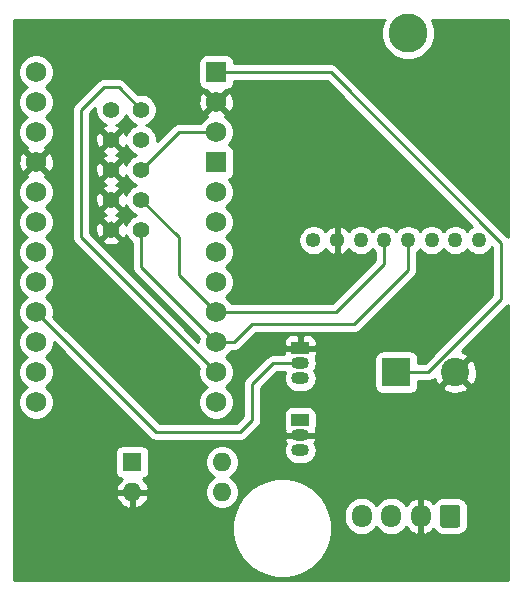
<source format=gbl>
G04 #@! TF.GenerationSoftware,KiCad,Pcbnew,5.1.5*
G04 #@! TF.CreationDate,2020-01-23T15:17:14+01:00*
G04 #@! TF.ProjectId,HM-LC-Dim1PWM-Linear,484d2d4c-432d-4446-996d-3150574d2d4c,rev?*
G04 #@! TF.SameCoordinates,Original*
G04 #@! TF.FileFunction,Copper,L2,Bot*
G04 #@! TF.FilePolarity,Positive*
%FSLAX46Y46*%
G04 Gerber Fmt 4.6, Leading zero omitted, Abs format (unit mm)*
G04 Created by KiCad (PCBNEW 5.1.5) date 2020-01-23 15:17:14*
%MOMM*%
%LPD*%
G04 APERTURE LIST*
%ADD10O,1.270000X1.270000*%
%ADD11C,1.270000*%
%ADD12C,3.300000*%
%ADD13C,1.727200*%
%ADD14R,1.727200X1.727200*%
%ADD15C,1.400000*%
%ADD16R,2.400000X2.400000*%
%ADD17C,2.400000*%
%ADD18O,1.500000X1.050000*%
%ADD19R,1.500000X1.050000*%
%ADD20R,1.600000X1.600000*%
%ADD21O,1.600000X1.600000*%
%ADD22C,0.100000*%
%ADD23O,1.700000X1.950000*%
%ADD24C,0.800000*%
%ADD25C,0.250000*%
%ADD26C,0.254000*%
G04 APERTURE END LIST*
D10*
X158100000Y-110744000D03*
X160100000Y-110744000D03*
D11*
X162100000Y-110744000D03*
X164100000Y-110744000D03*
X166100000Y-110744000D03*
X168100000Y-110744000D03*
X170100000Y-110744000D03*
X172100000Y-110744000D03*
D12*
X166116000Y-93218000D03*
D13*
X134620000Y-124460000D03*
X134620000Y-121920000D03*
X134620000Y-116840000D03*
X134620000Y-119380000D03*
X134620000Y-109220000D03*
X134620000Y-106680000D03*
X134620000Y-111760000D03*
X134620000Y-114300000D03*
X134620000Y-104140000D03*
X134620000Y-101600000D03*
X134620000Y-96520000D03*
X134620000Y-99060000D03*
X149860000Y-99060000D03*
D14*
X149860000Y-96520000D03*
D13*
X149860000Y-101600000D03*
D14*
X149860000Y-104140000D03*
D13*
X149860000Y-114300000D03*
X149860000Y-111760000D03*
X149860000Y-106680000D03*
X149860000Y-109220000D03*
X149860000Y-119380000D03*
X149860000Y-116840000D03*
X149860000Y-121920000D03*
X149860000Y-124460000D03*
D15*
X140970000Y-109855000D03*
X143510000Y-109855000D03*
X140970000Y-107315000D03*
X143510000Y-107315000D03*
X140970000Y-104775000D03*
X143510000Y-104775000D03*
X143510000Y-102235000D03*
X140970000Y-102235000D03*
X140970000Y-99695000D03*
X143510000Y-99695000D03*
D16*
X165100000Y-121920000D03*
D17*
X170100000Y-121920000D03*
D18*
X156972000Y-127254000D03*
X156972000Y-128524000D03*
D19*
X156972000Y-125984000D03*
D20*
X142748000Y-129540000D03*
D21*
X150368000Y-132080000D03*
X142748000Y-132080000D03*
X150368000Y-129540000D03*
G04 #@! TA.AperFunction,ComponentPad*
D22*
G36*
X170296504Y-133138204D02*
G01*
X170320773Y-133141804D01*
X170344571Y-133147765D01*
X170367671Y-133156030D01*
X170389849Y-133166520D01*
X170410893Y-133179133D01*
X170430598Y-133193747D01*
X170448777Y-133210223D01*
X170465253Y-133228402D01*
X170479867Y-133248107D01*
X170492480Y-133269151D01*
X170502970Y-133291329D01*
X170511235Y-133314429D01*
X170517196Y-133338227D01*
X170520796Y-133362496D01*
X170522000Y-133387000D01*
X170522000Y-134837000D01*
X170520796Y-134861504D01*
X170517196Y-134885773D01*
X170511235Y-134909571D01*
X170502970Y-134932671D01*
X170492480Y-134954849D01*
X170479867Y-134975893D01*
X170465253Y-134995598D01*
X170448777Y-135013777D01*
X170430598Y-135030253D01*
X170410893Y-135044867D01*
X170389849Y-135057480D01*
X170367671Y-135067970D01*
X170344571Y-135076235D01*
X170320773Y-135082196D01*
X170296504Y-135085796D01*
X170272000Y-135087000D01*
X169072000Y-135087000D01*
X169047496Y-135085796D01*
X169023227Y-135082196D01*
X168999429Y-135076235D01*
X168976329Y-135067970D01*
X168954151Y-135057480D01*
X168933107Y-135044867D01*
X168913402Y-135030253D01*
X168895223Y-135013777D01*
X168878747Y-134995598D01*
X168864133Y-134975893D01*
X168851520Y-134954849D01*
X168841030Y-134932671D01*
X168832765Y-134909571D01*
X168826804Y-134885773D01*
X168823204Y-134861504D01*
X168822000Y-134837000D01*
X168822000Y-133387000D01*
X168823204Y-133362496D01*
X168826804Y-133338227D01*
X168832765Y-133314429D01*
X168841030Y-133291329D01*
X168851520Y-133269151D01*
X168864133Y-133248107D01*
X168878747Y-133228402D01*
X168895223Y-133210223D01*
X168913402Y-133193747D01*
X168933107Y-133179133D01*
X168954151Y-133166520D01*
X168976329Y-133156030D01*
X168999429Y-133147765D01*
X169023227Y-133141804D01*
X169047496Y-133138204D01*
X169072000Y-133137000D01*
X170272000Y-133137000D01*
X170296504Y-133138204D01*
G37*
G04 #@! TD.AperFunction*
D23*
X167172000Y-134112000D03*
X164672000Y-134112000D03*
X162172000Y-134112000D03*
D18*
X156972000Y-121158000D03*
X156972000Y-122428000D03*
D19*
X156972000Y-119888000D03*
D24*
X149860000Y-138176000D03*
X144780000Y-136652000D03*
D25*
X143510000Y-99695000D02*
X141605000Y-97790000D01*
X141605000Y-97790000D02*
X140335000Y-97790000D01*
X140335000Y-97790000D02*
X138430000Y-99695000D01*
X138430000Y-110490000D02*
X149860000Y-121920000D01*
X138430000Y-99695000D02*
X138430000Y-110490000D01*
X143510000Y-113030000D02*
X143510000Y-109855000D01*
X149860000Y-119380000D02*
X143510000Y-113030000D01*
X166100000Y-113300000D02*
X161544000Y-117856000D01*
X161544000Y-117856000D02*
X152908000Y-117856000D01*
X152908000Y-117856000D02*
X151384000Y-119380000D01*
X151384000Y-119380000D02*
X149860000Y-119380000D01*
X166100000Y-113300000D02*
X166100000Y-110744000D01*
X164100000Y-110490000D02*
X164100000Y-112760000D01*
X160020000Y-116840000D02*
X149860000Y-116840000D01*
X164100000Y-112760000D02*
X160020000Y-116840000D01*
X149860000Y-116840000D02*
X146685000Y-113665000D01*
X146685000Y-110490000D02*
X143510000Y-107315000D01*
X146685000Y-113665000D02*
X146685000Y-110490000D01*
X165100000Y-121920000D02*
X166550000Y-121920000D01*
X159550802Y-96520000D02*
X149860000Y-96520000D01*
X173990000Y-115750000D02*
X173990000Y-110959198D01*
X173990000Y-110959198D02*
X159550802Y-96520000D01*
X166550000Y-121920000D02*
X167820000Y-121920000D01*
X167820000Y-121920000D02*
X173990000Y-115750000D01*
X149510750Y-104140000D02*
X149860000Y-104140000D01*
X140970000Y-109220000D02*
X140970000Y-110209949D01*
X143510000Y-104775000D02*
X146685000Y-101600000D01*
X146685000Y-101600000D02*
X149860000Y-101600000D01*
X144780000Y-127000000D02*
X134620000Y-116840000D01*
X154686000Y-121158000D02*
X152908000Y-122936000D01*
X156972000Y-121158000D02*
X154686000Y-121158000D01*
X152908000Y-125984000D02*
X151892000Y-127000000D01*
X152908000Y-122936000D02*
X152908000Y-125984000D01*
X151892000Y-127000000D02*
X144780000Y-127000000D01*
D26*
G36*
X164091059Y-92135647D02*
G01*
X163918811Y-92551490D01*
X163831000Y-92992947D01*
X163831000Y-93443053D01*
X163918811Y-93884510D01*
X164091059Y-94300353D01*
X164341125Y-94674603D01*
X164659397Y-94992875D01*
X165033647Y-95242941D01*
X165449490Y-95415189D01*
X165890947Y-95503000D01*
X166341053Y-95503000D01*
X166782510Y-95415189D01*
X167198353Y-95242941D01*
X167572603Y-94992875D01*
X167890875Y-94674603D01*
X168140941Y-94300353D01*
X168313189Y-93884510D01*
X168401000Y-93443053D01*
X168401000Y-92992947D01*
X168313189Y-92551490D01*
X168140941Y-92135647D01*
X168117122Y-92100000D01*
X174600000Y-92100000D01*
X174600000Y-110504492D01*
X174530001Y-110419197D01*
X174501003Y-110395399D01*
X160114606Y-96009003D01*
X160090803Y-95979999D01*
X159975078Y-95885026D01*
X159843049Y-95814454D01*
X159699788Y-95770997D01*
X159588135Y-95760000D01*
X159588124Y-95760000D01*
X159550802Y-95756324D01*
X159513480Y-95760000D01*
X151361672Y-95760000D01*
X151361672Y-95656400D01*
X151349412Y-95531918D01*
X151313102Y-95412220D01*
X151254137Y-95301906D01*
X151174785Y-95205215D01*
X151078094Y-95125863D01*
X150967780Y-95066898D01*
X150848082Y-95030588D01*
X150723600Y-95018328D01*
X148996400Y-95018328D01*
X148871918Y-95030588D01*
X148752220Y-95066898D01*
X148641906Y-95125863D01*
X148545215Y-95205215D01*
X148465863Y-95301906D01*
X148406898Y-95412220D01*
X148370588Y-95531918D01*
X148358328Y-95656400D01*
X148358328Y-97383600D01*
X148370588Y-97508082D01*
X148406898Y-97627780D01*
X148465863Y-97738094D01*
X148545215Y-97834785D01*
X148641906Y-97914137D01*
X148752220Y-97973102D01*
X148871918Y-98009412D01*
X148996400Y-98021672D01*
X149001572Y-98021672D01*
X149001501Y-98021896D01*
X149860000Y-98880395D01*
X150718499Y-98021896D01*
X150718428Y-98021672D01*
X150723600Y-98021672D01*
X150848082Y-98009412D01*
X150967780Y-97973102D01*
X151078094Y-97914137D01*
X151174785Y-97834785D01*
X151254137Y-97738094D01*
X151313102Y-97627780D01*
X151349412Y-97508082D01*
X151361672Y-97383600D01*
X151361672Y-97280000D01*
X159236001Y-97280000D01*
X171552248Y-109596248D01*
X171498429Y-109618541D01*
X171290422Y-109757527D01*
X171113527Y-109934422D01*
X171100000Y-109954667D01*
X171086473Y-109934422D01*
X170909578Y-109757527D01*
X170701571Y-109618541D01*
X170470445Y-109522805D01*
X170225084Y-109474000D01*
X169974916Y-109474000D01*
X169729555Y-109522805D01*
X169498429Y-109618541D01*
X169290422Y-109757527D01*
X169113527Y-109934422D01*
X169100000Y-109954667D01*
X169086473Y-109934422D01*
X168909578Y-109757527D01*
X168701571Y-109618541D01*
X168470445Y-109522805D01*
X168225084Y-109474000D01*
X167974916Y-109474000D01*
X167729555Y-109522805D01*
X167498429Y-109618541D01*
X167290422Y-109757527D01*
X167113527Y-109934422D01*
X167100000Y-109954667D01*
X167086473Y-109934422D01*
X166909578Y-109757527D01*
X166701571Y-109618541D01*
X166470445Y-109522805D01*
X166225084Y-109474000D01*
X165974916Y-109474000D01*
X165729555Y-109522805D01*
X165498429Y-109618541D01*
X165290422Y-109757527D01*
X165113527Y-109934422D01*
X165100000Y-109954667D01*
X165086473Y-109934422D01*
X164909578Y-109757527D01*
X164701571Y-109618541D01*
X164470445Y-109522805D01*
X164225084Y-109474000D01*
X163974916Y-109474000D01*
X163729555Y-109522805D01*
X163498429Y-109618541D01*
X163290422Y-109757527D01*
X163113527Y-109934422D01*
X163100000Y-109954667D01*
X163086473Y-109934422D01*
X162909578Y-109757527D01*
X162701571Y-109618541D01*
X162470445Y-109522805D01*
X162225084Y-109474000D01*
X161974916Y-109474000D01*
X161729555Y-109522805D01*
X161498429Y-109618541D01*
X161290422Y-109757527D01*
X161113527Y-109934422D01*
X161094677Y-109962632D01*
X161051018Y-109902288D01*
X160868535Y-109732927D01*
X160656517Y-109602421D01*
X160423113Y-109515785D01*
X160227000Y-109639110D01*
X160227000Y-110617000D01*
X160247000Y-110617000D01*
X160247000Y-110871000D01*
X160227000Y-110871000D01*
X160227000Y-111848890D01*
X160423113Y-111972215D01*
X160656517Y-111885579D01*
X160868535Y-111755073D01*
X161051018Y-111585712D01*
X161094677Y-111525368D01*
X161113527Y-111553578D01*
X161290422Y-111730473D01*
X161498429Y-111869459D01*
X161729555Y-111965195D01*
X161974916Y-112014000D01*
X162225084Y-112014000D01*
X162470445Y-111965195D01*
X162701571Y-111869459D01*
X162909578Y-111730473D01*
X163086473Y-111553578D01*
X163100000Y-111533333D01*
X163113527Y-111553578D01*
X163290422Y-111730473D01*
X163340001Y-111763600D01*
X163340001Y-112445197D01*
X159705199Y-116080000D01*
X151154535Y-116080000D01*
X151024039Y-115884698D01*
X150815302Y-115675961D01*
X150656719Y-115570000D01*
X150815302Y-115464039D01*
X151024039Y-115255302D01*
X151188042Y-115009853D01*
X151301010Y-114737125D01*
X151358600Y-114447599D01*
X151358600Y-114152401D01*
X151301010Y-113862875D01*
X151188042Y-113590147D01*
X151024039Y-113344698D01*
X150815302Y-113135961D01*
X150656719Y-113030000D01*
X150815302Y-112924039D01*
X151024039Y-112715302D01*
X151188042Y-112469853D01*
X151301010Y-112197125D01*
X151358600Y-111907599D01*
X151358600Y-111612401D01*
X151301010Y-111322875D01*
X151188042Y-111050147D01*
X151024039Y-110804698D01*
X150838257Y-110618916D01*
X156830000Y-110618916D01*
X156830000Y-110869084D01*
X156878805Y-111114445D01*
X156974541Y-111345571D01*
X157113527Y-111553578D01*
X157290422Y-111730473D01*
X157498429Y-111869459D01*
X157729555Y-111965195D01*
X157974916Y-112014000D01*
X158225084Y-112014000D01*
X158470445Y-111965195D01*
X158701571Y-111869459D01*
X158909578Y-111730473D01*
X159086473Y-111553578D01*
X159105323Y-111525368D01*
X159148982Y-111585712D01*
X159331465Y-111755073D01*
X159543483Y-111885579D01*
X159776887Y-111972215D01*
X159973000Y-111848890D01*
X159973000Y-110871000D01*
X159953000Y-110871000D01*
X159953000Y-110617000D01*
X159973000Y-110617000D01*
X159973000Y-109639110D01*
X159776887Y-109515785D01*
X159543483Y-109602421D01*
X159331465Y-109732927D01*
X159148982Y-109902288D01*
X159105323Y-109962632D01*
X159086473Y-109934422D01*
X158909578Y-109757527D01*
X158701571Y-109618541D01*
X158470445Y-109522805D01*
X158225084Y-109474000D01*
X157974916Y-109474000D01*
X157729555Y-109522805D01*
X157498429Y-109618541D01*
X157290422Y-109757527D01*
X157113527Y-109934422D01*
X156974541Y-110142429D01*
X156878805Y-110373555D01*
X156830000Y-110618916D01*
X150838257Y-110618916D01*
X150815302Y-110595961D01*
X150656719Y-110490000D01*
X150815302Y-110384039D01*
X151024039Y-110175302D01*
X151188042Y-109929853D01*
X151301010Y-109657125D01*
X151358600Y-109367599D01*
X151358600Y-109072401D01*
X151301010Y-108782875D01*
X151188042Y-108510147D01*
X151024039Y-108264698D01*
X150815302Y-108055961D01*
X150656719Y-107950000D01*
X150815302Y-107844039D01*
X151024039Y-107635302D01*
X151188042Y-107389853D01*
X151301010Y-107117125D01*
X151358600Y-106827599D01*
X151358600Y-106532401D01*
X151301010Y-106242875D01*
X151188042Y-105970147D01*
X151024039Y-105724698D01*
X150909977Y-105610636D01*
X150967780Y-105593102D01*
X151078094Y-105534137D01*
X151174785Y-105454785D01*
X151254137Y-105358094D01*
X151313102Y-105247780D01*
X151349412Y-105128082D01*
X151361672Y-105003600D01*
X151361672Y-103276400D01*
X151349412Y-103151918D01*
X151313102Y-103032220D01*
X151254137Y-102921906D01*
X151174785Y-102825215D01*
X151078094Y-102745863D01*
X150967780Y-102686898D01*
X150909977Y-102669364D01*
X151024039Y-102555302D01*
X151188042Y-102309853D01*
X151301010Y-102037125D01*
X151358600Y-101747599D01*
X151358600Y-101452401D01*
X151301010Y-101162875D01*
X151188042Y-100890147D01*
X151024039Y-100644698D01*
X150815302Y-100435961D01*
X150647125Y-100323589D01*
X150718499Y-100098104D01*
X149860000Y-99239605D01*
X149001501Y-100098104D01*
X149072875Y-100323589D01*
X148904698Y-100435961D01*
X148695961Y-100644698D01*
X148565465Y-100840000D01*
X146722322Y-100840000D01*
X146684999Y-100836324D01*
X146647676Y-100840000D01*
X146647667Y-100840000D01*
X146536014Y-100850997D01*
X146406952Y-100890147D01*
X146392753Y-100894454D01*
X146260723Y-100965026D01*
X146186348Y-101026065D01*
X146144999Y-101059999D01*
X146121201Y-101088997D01*
X144845000Y-102365198D01*
X144845000Y-102103514D01*
X144793696Y-101845595D01*
X144693061Y-101602641D01*
X144546962Y-101383987D01*
X144361013Y-101198038D01*
X144142359Y-101051939D01*
X143932470Y-100965000D01*
X144142359Y-100878061D01*
X144361013Y-100731962D01*
X144546962Y-100546013D01*
X144693061Y-100327359D01*
X144793696Y-100084405D01*
X144845000Y-99826486D01*
X144845000Y-99563514D01*
X144793696Y-99305595D01*
X144720131Y-99127993D01*
X148355685Y-99127993D01*
X148397855Y-99420164D01*
X148496214Y-99698493D01*
X148571433Y-99839218D01*
X148821896Y-99918499D01*
X149680395Y-99060000D01*
X150039605Y-99060000D01*
X150898104Y-99918499D01*
X151148567Y-99839218D01*
X151275826Y-99572859D01*
X151348675Y-99286790D01*
X151364315Y-98992007D01*
X151322145Y-98699836D01*
X151223786Y-98421507D01*
X151148567Y-98280782D01*
X150898104Y-98201501D01*
X150039605Y-99060000D01*
X149680395Y-99060000D01*
X148821896Y-98201501D01*
X148571433Y-98280782D01*
X148444174Y-98547141D01*
X148371325Y-98833210D01*
X148355685Y-99127993D01*
X144720131Y-99127993D01*
X144693061Y-99062641D01*
X144546962Y-98843987D01*
X144361013Y-98658038D01*
X144142359Y-98511939D01*
X143899405Y-98411304D01*
X143641486Y-98360000D01*
X143378514Y-98360000D01*
X143271157Y-98381355D01*
X142168804Y-97279003D01*
X142145001Y-97249999D01*
X142029276Y-97155026D01*
X141897247Y-97084454D01*
X141753986Y-97040997D01*
X141642333Y-97030000D01*
X141642322Y-97030000D01*
X141605000Y-97026324D01*
X141567678Y-97030000D01*
X140372323Y-97030000D01*
X140335000Y-97026324D01*
X140297677Y-97030000D01*
X140297667Y-97030000D01*
X140186014Y-97040997D01*
X140042753Y-97084454D01*
X139910724Y-97155026D01*
X139794999Y-97249999D01*
X139771201Y-97278997D01*
X137919003Y-99131196D01*
X137889999Y-99154999D01*
X137846832Y-99207599D01*
X137795026Y-99270724D01*
X137776387Y-99305595D01*
X137724454Y-99402754D01*
X137680997Y-99546015D01*
X137670000Y-99657668D01*
X137670000Y-99657678D01*
X137666324Y-99695000D01*
X137670000Y-99732322D01*
X137670001Y-110452667D01*
X137666324Y-110490000D01*
X137670001Y-110527333D01*
X137670749Y-110534922D01*
X137680998Y-110638985D01*
X137724454Y-110782246D01*
X137795026Y-110914276D01*
X137866201Y-111001002D01*
X137890000Y-111030001D01*
X137918998Y-111053799D01*
X148407224Y-121542026D01*
X148361400Y-121772401D01*
X148361400Y-122067599D01*
X148418990Y-122357125D01*
X148531958Y-122629853D01*
X148695961Y-122875302D01*
X148904698Y-123084039D01*
X149063281Y-123190000D01*
X148904698Y-123295961D01*
X148695961Y-123504698D01*
X148531958Y-123750147D01*
X148418990Y-124022875D01*
X148361400Y-124312401D01*
X148361400Y-124607599D01*
X148418990Y-124897125D01*
X148531958Y-125169853D01*
X148695961Y-125415302D01*
X148904698Y-125624039D01*
X149150147Y-125788042D01*
X149422875Y-125901010D01*
X149712401Y-125958600D01*
X150007599Y-125958600D01*
X150297125Y-125901010D01*
X150569853Y-125788042D01*
X150815302Y-125624039D01*
X151024039Y-125415302D01*
X151188042Y-125169853D01*
X151301010Y-124897125D01*
X151358600Y-124607599D01*
X151358600Y-124312401D01*
X151301010Y-124022875D01*
X151188042Y-123750147D01*
X151024039Y-123504698D01*
X150815302Y-123295961D01*
X150656719Y-123190000D01*
X150815302Y-123084039D01*
X151024039Y-122875302D01*
X151188042Y-122629853D01*
X151301010Y-122357125D01*
X151358600Y-122067599D01*
X151358600Y-121772401D01*
X151301010Y-121482875D01*
X151188042Y-121210147D01*
X151024039Y-120964698D01*
X150815302Y-120755961D01*
X150656719Y-120650000D01*
X150815302Y-120544039D01*
X151024039Y-120335302D01*
X151154535Y-120140000D01*
X151346678Y-120140000D01*
X151384000Y-120143676D01*
X151421322Y-120140000D01*
X151421333Y-120140000D01*
X151532986Y-120129003D01*
X151676247Y-120085546D01*
X151808276Y-120014974D01*
X151924001Y-119920001D01*
X151947803Y-119890998D01*
X152475801Y-119363000D01*
X155583928Y-119363000D01*
X155587000Y-119602250D01*
X155745750Y-119761000D01*
X156845000Y-119761000D01*
X156845000Y-118886750D01*
X157099000Y-118886750D01*
X157099000Y-119761000D01*
X158198250Y-119761000D01*
X158357000Y-119602250D01*
X158360072Y-119363000D01*
X158347812Y-119238518D01*
X158311502Y-119118820D01*
X158252537Y-119008506D01*
X158173185Y-118911815D01*
X158076494Y-118832463D01*
X157966180Y-118773498D01*
X157846482Y-118737188D01*
X157722000Y-118724928D01*
X157257750Y-118728000D01*
X157099000Y-118886750D01*
X156845000Y-118886750D01*
X156686250Y-118728000D01*
X156222000Y-118724928D01*
X156097518Y-118737188D01*
X155977820Y-118773498D01*
X155867506Y-118832463D01*
X155770815Y-118911815D01*
X155691463Y-119008506D01*
X155632498Y-119118820D01*
X155596188Y-119238518D01*
X155583928Y-119363000D01*
X152475801Y-119363000D01*
X153222803Y-118616000D01*
X161506678Y-118616000D01*
X161544000Y-118619676D01*
X161581322Y-118616000D01*
X161581333Y-118616000D01*
X161692986Y-118605003D01*
X161836247Y-118561546D01*
X161968276Y-118490974D01*
X162084001Y-118396001D01*
X162107804Y-118366997D01*
X166611004Y-113863798D01*
X166640001Y-113840001D01*
X166690061Y-113779003D01*
X166734974Y-113724277D01*
X166805546Y-113592247D01*
X166812294Y-113570001D01*
X166849003Y-113448986D01*
X166860000Y-113337333D01*
X166860000Y-113337323D01*
X166863676Y-113300000D01*
X166860000Y-113262678D01*
X166860000Y-111763600D01*
X166909578Y-111730473D01*
X167086473Y-111553578D01*
X167100000Y-111533333D01*
X167113527Y-111553578D01*
X167290422Y-111730473D01*
X167498429Y-111869459D01*
X167729555Y-111965195D01*
X167974916Y-112014000D01*
X168225084Y-112014000D01*
X168470445Y-111965195D01*
X168701571Y-111869459D01*
X168909578Y-111730473D01*
X169086473Y-111553578D01*
X169100000Y-111533333D01*
X169113527Y-111553578D01*
X169290422Y-111730473D01*
X169498429Y-111869459D01*
X169729555Y-111965195D01*
X169974916Y-112014000D01*
X170225084Y-112014000D01*
X170470445Y-111965195D01*
X170701571Y-111869459D01*
X170909578Y-111730473D01*
X171086473Y-111553578D01*
X171100000Y-111533333D01*
X171113527Y-111553578D01*
X171290422Y-111730473D01*
X171498429Y-111869459D01*
X171729555Y-111965195D01*
X171974916Y-112014000D01*
X172225084Y-112014000D01*
X172470445Y-111965195D01*
X172701571Y-111869459D01*
X172909578Y-111730473D01*
X173086473Y-111553578D01*
X173225459Y-111345571D01*
X173230001Y-111334606D01*
X173230000Y-115435198D01*
X167505199Y-121160000D01*
X166938072Y-121160000D01*
X166938072Y-120720000D01*
X166925812Y-120595518D01*
X166889502Y-120475820D01*
X166830537Y-120365506D01*
X166751185Y-120268815D01*
X166654494Y-120189463D01*
X166544180Y-120130498D01*
X166424482Y-120094188D01*
X166300000Y-120081928D01*
X163900000Y-120081928D01*
X163775518Y-120094188D01*
X163655820Y-120130498D01*
X163545506Y-120189463D01*
X163448815Y-120268815D01*
X163369463Y-120365506D01*
X163310498Y-120475820D01*
X163274188Y-120595518D01*
X163261928Y-120720000D01*
X163261928Y-123120000D01*
X163274188Y-123244482D01*
X163310498Y-123364180D01*
X163369463Y-123474494D01*
X163448815Y-123571185D01*
X163545506Y-123650537D01*
X163655820Y-123709502D01*
X163775518Y-123745812D01*
X163900000Y-123758072D01*
X166300000Y-123758072D01*
X166424482Y-123745812D01*
X166544180Y-123709502D01*
X166654494Y-123650537D01*
X166751185Y-123571185D01*
X166830537Y-123474494D01*
X166889502Y-123364180D01*
X166925812Y-123244482D01*
X166930391Y-123197980D01*
X169001626Y-123197980D01*
X169121514Y-123482836D01*
X169445210Y-123643699D01*
X169794069Y-123738322D01*
X170154684Y-123763067D01*
X170513198Y-123716985D01*
X170855833Y-123601846D01*
X171078486Y-123482836D01*
X171198374Y-123197980D01*
X170100000Y-122099605D01*
X169001626Y-123197980D01*
X166930391Y-123197980D01*
X166938072Y-123120000D01*
X166938072Y-122680000D01*
X167782678Y-122680000D01*
X167820000Y-122683676D01*
X167857322Y-122680000D01*
X167857333Y-122680000D01*
X167968986Y-122669003D01*
X168112247Y-122625546D01*
X168244276Y-122554974D01*
X168348733Y-122469248D01*
X168418154Y-122675833D01*
X168537164Y-122898486D01*
X168822020Y-123018374D01*
X169920395Y-121920000D01*
X170279605Y-121920000D01*
X171377980Y-123018374D01*
X171662836Y-122898486D01*
X171823699Y-122574790D01*
X171918322Y-122225931D01*
X171943067Y-121865316D01*
X171896985Y-121506802D01*
X171781846Y-121164167D01*
X171662836Y-120941514D01*
X171377980Y-120821626D01*
X170279605Y-121920000D01*
X169920395Y-121920000D01*
X169906253Y-121905858D01*
X170085858Y-121726253D01*
X170100000Y-121740395D01*
X171198374Y-120642020D01*
X171078486Y-120357164D01*
X170754790Y-120196301D01*
X170647580Y-120167222D01*
X174501004Y-116313798D01*
X174530001Y-116290001D01*
X174600001Y-116204706D01*
X174600001Y-139548000D01*
X132740000Y-139548000D01*
X132740000Y-134711677D01*
X151221000Y-134711677D01*
X151221000Y-135544323D01*
X151383441Y-136360971D01*
X151702081Y-137130235D01*
X152164674Y-137822556D01*
X152753444Y-138411326D01*
X153445765Y-138873919D01*
X154215029Y-139192559D01*
X155031677Y-139355000D01*
X155864323Y-139355000D01*
X156680971Y-139192559D01*
X157450235Y-138873919D01*
X158142556Y-138411326D01*
X158731326Y-137822556D01*
X159193919Y-137130235D01*
X159512559Y-136360971D01*
X159675000Y-135544323D01*
X159675000Y-134711677D01*
X159516343Y-133914050D01*
X160687000Y-133914050D01*
X160687000Y-134309949D01*
X160708487Y-134528110D01*
X160793401Y-134808033D01*
X160931294Y-135066013D01*
X161116866Y-135292134D01*
X161342986Y-135477706D01*
X161600966Y-135615599D01*
X161880889Y-135700513D01*
X162172000Y-135729185D01*
X162463110Y-135700513D01*
X162743033Y-135615599D01*
X163001013Y-135477706D01*
X163227134Y-135292134D01*
X163412706Y-135066014D01*
X163422000Y-135048626D01*
X163431294Y-135066013D01*
X163616866Y-135292134D01*
X163842986Y-135477706D01*
X164100966Y-135615599D01*
X164380889Y-135700513D01*
X164672000Y-135729185D01*
X164963110Y-135700513D01*
X165243033Y-135615599D01*
X165501013Y-135477706D01*
X165727134Y-135292134D01*
X165912706Y-135066014D01*
X165926462Y-135040278D01*
X166082951Y-135246429D01*
X166300807Y-135439496D01*
X166552142Y-135586352D01*
X166815110Y-135678476D01*
X167045000Y-135557155D01*
X167045000Y-134239000D01*
X167025000Y-134239000D01*
X167025000Y-133985000D01*
X167045000Y-133985000D01*
X167045000Y-132666845D01*
X167299000Y-132666845D01*
X167299000Y-133985000D01*
X167319000Y-133985000D01*
X167319000Y-134239000D01*
X167299000Y-134239000D01*
X167299000Y-135557155D01*
X167528890Y-135678476D01*
X167791858Y-135586352D01*
X168043193Y-135439496D01*
X168261049Y-135246429D01*
X168277286Y-135225039D01*
X168333595Y-135330386D01*
X168444038Y-135464962D01*
X168578614Y-135575405D01*
X168732150Y-135657472D01*
X168898746Y-135708008D01*
X169072000Y-135725072D01*
X170272000Y-135725072D01*
X170445254Y-135708008D01*
X170611850Y-135657472D01*
X170765386Y-135575405D01*
X170899962Y-135464962D01*
X171010405Y-135330386D01*
X171092472Y-135176850D01*
X171143008Y-135010254D01*
X171160072Y-134837000D01*
X171160072Y-133387000D01*
X171143008Y-133213746D01*
X171092472Y-133047150D01*
X171010405Y-132893614D01*
X170899962Y-132759038D01*
X170765386Y-132648595D01*
X170611850Y-132566528D01*
X170445254Y-132515992D01*
X170272000Y-132498928D01*
X169072000Y-132498928D01*
X168898746Y-132515992D01*
X168732150Y-132566528D01*
X168578614Y-132648595D01*
X168444038Y-132759038D01*
X168333595Y-132893614D01*
X168277286Y-132998961D01*
X168261049Y-132977571D01*
X168043193Y-132784504D01*
X167791858Y-132637648D01*
X167528890Y-132545524D01*
X167299000Y-132666845D01*
X167045000Y-132666845D01*
X166815110Y-132545524D01*
X166552142Y-132637648D01*
X166300807Y-132784504D01*
X166082951Y-132977571D01*
X165926462Y-133183722D01*
X165912706Y-133157986D01*
X165727134Y-132931866D01*
X165501014Y-132746294D01*
X165243034Y-132608401D01*
X164963111Y-132523487D01*
X164672000Y-132494815D01*
X164380890Y-132523487D01*
X164100967Y-132608401D01*
X163842987Y-132746294D01*
X163616866Y-132931866D01*
X163431294Y-133157986D01*
X163422000Y-133175374D01*
X163412706Y-133157986D01*
X163227134Y-132931866D01*
X163001014Y-132746294D01*
X162743034Y-132608401D01*
X162463111Y-132523487D01*
X162172000Y-132494815D01*
X161880890Y-132523487D01*
X161600967Y-132608401D01*
X161342987Y-132746294D01*
X161116866Y-132931866D01*
X160931294Y-133157986D01*
X160793401Y-133415966D01*
X160708487Y-133695889D01*
X160687000Y-133914050D01*
X159516343Y-133914050D01*
X159512559Y-133895029D01*
X159193919Y-133125765D01*
X158731326Y-132433444D01*
X158142556Y-131844674D01*
X157450235Y-131382081D01*
X156680971Y-131063441D01*
X155864323Y-130901000D01*
X155031677Y-130901000D01*
X154215029Y-131063441D01*
X153445765Y-131382081D01*
X152753444Y-131844674D01*
X152164674Y-132433444D01*
X151702081Y-133125765D01*
X151383441Y-133895029D01*
X151221000Y-134711677D01*
X132740000Y-134711677D01*
X132740000Y-132429039D01*
X141356096Y-132429039D01*
X141396754Y-132563087D01*
X141516963Y-132817420D01*
X141684481Y-133043414D01*
X141892869Y-133232385D01*
X142134119Y-133377070D01*
X142398960Y-133471909D01*
X142621000Y-133350624D01*
X142621000Y-132207000D01*
X142875000Y-132207000D01*
X142875000Y-133350624D01*
X143097040Y-133471909D01*
X143361881Y-133377070D01*
X143603131Y-133232385D01*
X143811519Y-133043414D01*
X143979037Y-132817420D01*
X144099246Y-132563087D01*
X144139904Y-132429039D01*
X144017915Y-132207000D01*
X142875000Y-132207000D01*
X142621000Y-132207000D01*
X141478085Y-132207000D01*
X141356096Y-132429039D01*
X132740000Y-132429039D01*
X132740000Y-128740000D01*
X141309928Y-128740000D01*
X141309928Y-130340000D01*
X141322188Y-130464482D01*
X141358498Y-130584180D01*
X141417463Y-130694494D01*
X141496815Y-130791185D01*
X141593506Y-130870537D01*
X141703820Y-130929502D01*
X141823518Y-130965812D01*
X141848080Y-130968231D01*
X141684481Y-131116586D01*
X141516963Y-131342580D01*
X141396754Y-131596913D01*
X141356096Y-131730961D01*
X141478085Y-131953000D01*
X142621000Y-131953000D01*
X142621000Y-131933000D01*
X142875000Y-131933000D01*
X142875000Y-131953000D01*
X144017915Y-131953000D01*
X144139904Y-131730961D01*
X144099246Y-131596913D01*
X143979037Y-131342580D01*
X143811519Y-131116586D01*
X143647920Y-130968231D01*
X143672482Y-130965812D01*
X143792180Y-130929502D01*
X143902494Y-130870537D01*
X143999185Y-130791185D01*
X144078537Y-130694494D01*
X144137502Y-130584180D01*
X144173812Y-130464482D01*
X144186072Y-130340000D01*
X144186072Y-129398665D01*
X148933000Y-129398665D01*
X148933000Y-129681335D01*
X148988147Y-129958574D01*
X149096320Y-130219727D01*
X149253363Y-130454759D01*
X149453241Y-130654637D01*
X149685759Y-130810000D01*
X149453241Y-130965363D01*
X149253363Y-131165241D01*
X149096320Y-131400273D01*
X148988147Y-131661426D01*
X148933000Y-131938665D01*
X148933000Y-132221335D01*
X148988147Y-132498574D01*
X149096320Y-132759727D01*
X149253363Y-132994759D01*
X149453241Y-133194637D01*
X149688273Y-133351680D01*
X149949426Y-133459853D01*
X150226665Y-133515000D01*
X150509335Y-133515000D01*
X150786574Y-133459853D01*
X151047727Y-133351680D01*
X151282759Y-133194637D01*
X151482637Y-132994759D01*
X151639680Y-132759727D01*
X151747853Y-132498574D01*
X151803000Y-132221335D01*
X151803000Y-131938665D01*
X151747853Y-131661426D01*
X151639680Y-131400273D01*
X151482637Y-131165241D01*
X151282759Y-130965363D01*
X151050241Y-130810000D01*
X151282759Y-130654637D01*
X151482637Y-130454759D01*
X151639680Y-130219727D01*
X151747853Y-129958574D01*
X151803000Y-129681335D01*
X151803000Y-129398665D01*
X151747853Y-129121426D01*
X151639680Y-128860273D01*
X151482637Y-128625241D01*
X151381396Y-128524000D01*
X155581388Y-128524000D01*
X155603785Y-128751400D01*
X155670115Y-128970060D01*
X155777829Y-129171579D01*
X155922788Y-129348212D01*
X156099421Y-129493171D01*
X156300940Y-129600885D01*
X156519600Y-129667215D01*
X156690021Y-129684000D01*
X157253979Y-129684000D01*
X157424400Y-129667215D01*
X157643060Y-129600885D01*
X157844579Y-129493171D01*
X158021212Y-129348212D01*
X158166171Y-129171579D01*
X158273885Y-128970060D01*
X158340215Y-128751400D01*
X158362612Y-128524000D01*
X158340215Y-128296600D01*
X158273885Y-128077940D01*
X158173071Y-127889331D01*
X158214275Y-127830882D01*
X158307272Y-127621337D01*
X158315964Y-127559810D01*
X158190163Y-127381000D01*
X157425109Y-127381000D01*
X157424400Y-127380785D01*
X157253979Y-127364000D01*
X156690021Y-127364000D01*
X156519600Y-127380785D01*
X156518891Y-127381000D01*
X155753837Y-127381000D01*
X155628036Y-127559810D01*
X155636728Y-127621337D01*
X155729725Y-127830882D01*
X155770929Y-127889331D01*
X155670115Y-128077940D01*
X155603785Y-128296600D01*
X155581388Y-128524000D01*
X151381396Y-128524000D01*
X151282759Y-128425363D01*
X151047727Y-128268320D01*
X150786574Y-128160147D01*
X150509335Y-128105000D01*
X150226665Y-128105000D01*
X149949426Y-128160147D01*
X149688273Y-128268320D01*
X149453241Y-128425363D01*
X149253363Y-128625241D01*
X149096320Y-128860273D01*
X148988147Y-129121426D01*
X148933000Y-129398665D01*
X144186072Y-129398665D01*
X144186072Y-128740000D01*
X144173812Y-128615518D01*
X144137502Y-128495820D01*
X144078537Y-128385506D01*
X143999185Y-128288815D01*
X143902494Y-128209463D01*
X143792180Y-128150498D01*
X143672482Y-128114188D01*
X143548000Y-128101928D01*
X141948000Y-128101928D01*
X141823518Y-128114188D01*
X141703820Y-128150498D01*
X141593506Y-128209463D01*
X141496815Y-128288815D01*
X141417463Y-128385506D01*
X141358498Y-128495820D01*
X141322188Y-128615518D01*
X141309928Y-128740000D01*
X132740000Y-128740000D01*
X132740000Y-106532401D01*
X133121400Y-106532401D01*
X133121400Y-106827599D01*
X133178990Y-107117125D01*
X133291958Y-107389853D01*
X133455961Y-107635302D01*
X133664698Y-107844039D01*
X133823281Y-107950000D01*
X133664698Y-108055961D01*
X133455961Y-108264698D01*
X133291958Y-108510147D01*
X133178990Y-108782875D01*
X133121400Y-109072401D01*
X133121400Y-109367599D01*
X133178990Y-109657125D01*
X133291958Y-109929853D01*
X133455961Y-110175302D01*
X133664698Y-110384039D01*
X133823281Y-110490000D01*
X133664698Y-110595961D01*
X133455961Y-110804698D01*
X133291958Y-111050147D01*
X133178990Y-111322875D01*
X133121400Y-111612401D01*
X133121400Y-111907599D01*
X133178990Y-112197125D01*
X133291958Y-112469853D01*
X133455961Y-112715302D01*
X133664698Y-112924039D01*
X133823281Y-113030000D01*
X133664698Y-113135961D01*
X133455961Y-113344698D01*
X133291958Y-113590147D01*
X133178990Y-113862875D01*
X133121400Y-114152401D01*
X133121400Y-114447599D01*
X133178990Y-114737125D01*
X133291958Y-115009853D01*
X133455961Y-115255302D01*
X133664698Y-115464039D01*
X133823281Y-115570000D01*
X133664698Y-115675961D01*
X133455961Y-115884698D01*
X133291958Y-116130147D01*
X133178990Y-116402875D01*
X133121400Y-116692401D01*
X133121400Y-116987599D01*
X133178990Y-117277125D01*
X133291958Y-117549853D01*
X133455961Y-117795302D01*
X133664698Y-118004039D01*
X133823281Y-118110000D01*
X133664698Y-118215961D01*
X133455961Y-118424698D01*
X133291958Y-118670147D01*
X133178990Y-118942875D01*
X133121400Y-119232401D01*
X133121400Y-119527599D01*
X133178990Y-119817125D01*
X133291958Y-120089853D01*
X133455961Y-120335302D01*
X133664698Y-120544039D01*
X133823281Y-120650000D01*
X133664698Y-120755961D01*
X133455961Y-120964698D01*
X133291958Y-121210147D01*
X133178990Y-121482875D01*
X133121400Y-121772401D01*
X133121400Y-122067599D01*
X133178990Y-122357125D01*
X133291958Y-122629853D01*
X133455961Y-122875302D01*
X133664698Y-123084039D01*
X133823281Y-123190000D01*
X133664698Y-123295961D01*
X133455961Y-123504698D01*
X133291958Y-123750147D01*
X133178990Y-124022875D01*
X133121400Y-124312401D01*
X133121400Y-124607599D01*
X133178990Y-124897125D01*
X133291958Y-125169853D01*
X133455961Y-125415302D01*
X133664698Y-125624039D01*
X133910147Y-125788042D01*
X134182875Y-125901010D01*
X134472401Y-125958600D01*
X134767599Y-125958600D01*
X135057125Y-125901010D01*
X135329853Y-125788042D01*
X135575302Y-125624039D01*
X135784039Y-125415302D01*
X135948042Y-125169853D01*
X136061010Y-124897125D01*
X136118600Y-124607599D01*
X136118600Y-124312401D01*
X136061010Y-124022875D01*
X135948042Y-123750147D01*
X135784039Y-123504698D01*
X135575302Y-123295961D01*
X135416719Y-123190000D01*
X135575302Y-123084039D01*
X135784039Y-122875302D01*
X135948042Y-122629853D01*
X136061010Y-122357125D01*
X136118600Y-122067599D01*
X136118600Y-121772401D01*
X136061010Y-121482875D01*
X135948042Y-121210147D01*
X135784039Y-120964698D01*
X135575302Y-120755961D01*
X135416719Y-120650000D01*
X135575302Y-120544039D01*
X135784039Y-120335302D01*
X135948042Y-120089853D01*
X136061010Y-119817125D01*
X136118600Y-119527599D01*
X136118600Y-119413401D01*
X144216201Y-127511003D01*
X144239999Y-127540001D01*
X144355724Y-127634974D01*
X144487753Y-127705546D01*
X144631014Y-127749003D01*
X144742667Y-127760000D01*
X144742675Y-127760000D01*
X144780000Y-127763676D01*
X144817325Y-127760000D01*
X151854678Y-127760000D01*
X151892000Y-127763676D01*
X151929322Y-127760000D01*
X151929333Y-127760000D01*
X152040986Y-127749003D01*
X152184247Y-127705546D01*
X152316276Y-127634974D01*
X152432001Y-127540001D01*
X152455804Y-127510998D01*
X153419003Y-126547799D01*
X153448001Y-126524001D01*
X153500526Y-126459999D01*
X153542974Y-126408277D01*
X153613546Y-126276247D01*
X153624541Y-126240000D01*
X153657003Y-126132986D01*
X153668000Y-126021333D01*
X153668000Y-126021323D01*
X153671676Y-125984000D01*
X153668000Y-125946678D01*
X153668000Y-125459000D01*
X155583928Y-125459000D01*
X155583928Y-126509000D01*
X155596188Y-126633482D01*
X155632498Y-126753180D01*
X155667176Y-126818057D01*
X155636728Y-126886663D01*
X155628036Y-126948190D01*
X155753837Y-127127000D01*
X156071765Y-127127000D01*
X156097518Y-127134812D01*
X156222000Y-127147072D01*
X157722000Y-127147072D01*
X157846482Y-127134812D01*
X157872235Y-127127000D01*
X158190163Y-127127000D01*
X158315964Y-126948190D01*
X158307272Y-126886663D01*
X158276824Y-126818057D01*
X158311502Y-126753180D01*
X158347812Y-126633482D01*
X158360072Y-126509000D01*
X158360072Y-125459000D01*
X158347812Y-125334518D01*
X158311502Y-125214820D01*
X158252537Y-125104506D01*
X158173185Y-125007815D01*
X158076494Y-124928463D01*
X157966180Y-124869498D01*
X157846482Y-124833188D01*
X157722000Y-124820928D01*
X156222000Y-124820928D01*
X156097518Y-124833188D01*
X155977820Y-124869498D01*
X155867506Y-124928463D01*
X155770815Y-125007815D01*
X155691463Y-125104506D01*
X155632498Y-125214820D01*
X155596188Y-125334518D01*
X155583928Y-125459000D01*
X153668000Y-125459000D01*
X153668000Y-123250801D01*
X155000802Y-121918000D01*
X155704292Y-121918000D01*
X155670115Y-121981940D01*
X155603785Y-122200600D01*
X155581388Y-122428000D01*
X155603785Y-122655400D01*
X155670115Y-122874060D01*
X155777829Y-123075579D01*
X155922788Y-123252212D01*
X156099421Y-123397171D01*
X156300940Y-123504885D01*
X156519600Y-123571215D01*
X156690021Y-123588000D01*
X157253979Y-123588000D01*
X157424400Y-123571215D01*
X157643060Y-123504885D01*
X157844579Y-123397171D01*
X158021212Y-123252212D01*
X158166171Y-123075579D01*
X158273885Y-122874060D01*
X158340215Y-122655400D01*
X158362612Y-122428000D01*
X158340215Y-122200600D01*
X158273885Y-121981940D01*
X158172895Y-121793000D01*
X158273885Y-121604060D01*
X158340215Y-121385400D01*
X158362612Y-121158000D01*
X158340215Y-120930600D01*
X158276907Y-120721902D01*
X158311502Y-120657180D01*
X158347812Y-120537482D01*
X158360072Y-120413000D01*
X158357000Y-120173750D01*
X158198250Y-120015000D01*
X157425109Y-120015000D01*
X157424400Y-120014785D01*
X157253979Y-119998000D01*
X156690021Y-119998000D01*
X156519600Y-120014785D01*
X156518891Y-120015000D01*
X155745750Y-120015000D01*
X155587000Y-120173750D01*
X155584121Y-120398000D01*
X154723325Y-120398000D01*
X154686000Y-120394324D01*
X154648675Y-120398000D01*
X154648667Y-120398000D01*
X154537014Y-120408997D01*
X154393753Y-120452454D01*
X154261724Y-120523026D01*
X154145999Y-120617999D01*
X154122201Y-120646997D01*
X152397003Y-122372196D01*
X152367999Y-122395999D01*
X152341737Y-122428000D01*
X152273026Y-122511724D01*
X152209884Y-122629853D01*
X152202454Y-122643754D01*
X152158997Y-122787015D01*
X152148000Y-122898668D01*
X152148000Y-122898678D01*
X152144324Y-122936000D01*
X152148000Y-122973323D01*
X152148001Y-125669197D01*
X151577199Y-126240000D01*
X145094802Y-126240000D01*
X136072776Y-117217975D01*
X136118600Y-116987599D01*
X136118600Y-116692401D01*
X136061010Y-116402875D01*
X135948042Y-116130147D01*
X135784039Y-115884698D01*
X135575302Y-115675961D01*
X135416719Y-115570000D01*
X135575302Y-115464039D01*
X135784039Y-115255302D01*
X135948042Y-115009853D01*
X136061010Y-114737125D01*
X136118600Y-114447599D01*
X136118600Y-114152401D01*
X136061010Y-113862875D01*
X135948042Y-113590147D01*
X135784039Y-113344698D01*
X135575302Y-113135961D01*
X135416719Y-113030000D01*
X135575302Y-112924039D01*
X135784039Y-112715302D01*
X135948042Y-112469853D01*
X136061010Y-112197125D01*
X136118600Y-111907599D01*
X136118600Y-111612401D01*
X136061010Y-111322875D01*
X135948042Y-111050147D01*
X135784039Y-110804698D01*
X135575302Y-110595961D01*
X135416719Y-110490000D01*
X135575302Y-110384039D01*
X135784039Y-110175302D01*
X135948042Y-109929853D01*
X136061010Y-109657125D01*
X136118600Y-109367599D01*
X136118600Y-109072401D01*
X136061010Y-108782875D01*
X135948042Y-108510147D01*
X135784039Y-108264698D01*
X135575302Y-108055961D01*
X135416719Y-107950000D01*
X135575302Y-107844039D01*
X135784039Y-107635302D01*
X135948042Y-107389853D01*
X136061010Y-107117125D01*
X136118600Y-106827599D01*
X136118600Y-106532401D01*
X136061010Y-106242875D01*
X135948042Y-105970147D01*
X135784039Y-105724698D01*
X135575302Y-105515961D01*
X135407125Y-105403589D01*
X135478499Y-105178104D01*
X134620000Y-104319605D01*
X133761501Y-105178104D01*
X133832875Y-105403589D01*
X133664698Y-105515961D01*
X133455961Y-105724698D01*
X133291958Y-105970147D01*
X133178990Y-106242875D01*
X133121400Y-106532401D01*
X132740000Y-106532401D01*
X132740000Y-104207993D01*
X133115685Y-104207993D01*
X133157855Y-104500164D01*
X133256214Y-104778493D01*
X133331433Y-104919218D01*
X133581896Y-104998499D01*
X134440395Y-104140000D01*
X134799605Y-104140000D01*
X135658104Y-104998499D01*
X135908567Y-104919218D01*
X136035826Y-104652859D01*
X136108675Y-104366790D01*
X136124315Y-104072007D01*
X136082145Y-103779836D01*
X135983786Y-103501507D01*
X135908567Y-103360782D01*
X135658104Y-103281501D01*
X134799605Y-104140000D01*
X134440395Y-104140000D01*
X133581896Y-103281501D01*
X133331433Y-103360782D01*
X133204174Y-103627141D01*
X133131325Y-103913210D01*
X133115685Y-104207993D01*
X132740000Y-104207993D01*
X132740000Y-96372401D01*
X133121400Y-96372401D01*
X133121400Y-96667599D01*
X133178990Y-96957125D01*
X133291958Y-97229853D01*
X133455961Y-97475302D01*
X133664698Y-97684039D01*
X133823281Y-97790000D01*
X133664698Y-97895961D01*
X133455961Y-98104698D01*
X133291958Y-98350147D01*
X133178990Y-98622875D01*
X133121400Y-98912401D01*
X133121400Y-99207599D01*
X133178990Y-99497125D01*
X133291958Y-99769853D01*
X133455961Y-100015302D01*
X133664698Y-100224039D01*
X133823281Y-100330000D01*
X133664698Y-100435961D01*
X133455961Y-100644698D01*
X133291958Y-100890147D01*
X133178990Y-101162875D01*
X133121400Y-101452401D01*
X133121400Y-101747599D01*
X133178990Y-102037125D01*
X133291958Y-102309853D01*
X133455961Y-102555302D01*
X133664698Y-102764039D01*
X133832875Y-102876411D01*
X133761501Y-103101896D01*
X134620000Y-103960395D01*
X135478499Y-103101896D01*
X135407125Y-102876411D01*
X135575302Y-102764039D01*
X135784039Y-102555302D01*
X135948042Y-102309853D01*
X136061010Y-102037125D01*
X136118600Y-101747599D01*
X136118600Y-101452401D01*
X136061010Y-101162875D01*
X135948042Y-100890147D01*
X135784039Y-100644698D01*
X135575302Y-100435961D01*
X135416719Y-100330000D01*
X135575302Y-100224039D01*
X135784039Y-100015302D01*
X135948042Y-99769853D01*
X136061010Y-99497125D01*
X136118600Y-99207599D01*
X136118600Y-98912401D01*
X136061010Y-98622875D01*
X135948042Y-98350147D01*
X135784039Y-98104698D01*
X135575302Y-97895961D01*
X135416719Y-97790000D01*
X135575302Y-97684039D01*
X135784039Y-97475302D01*
X135948042Y-97229853D01*
X136061010Y-96957125D01*
X136118600Y-96667599D01*
X136118600Y-96372401D01*
X136061010Y-96082875D01*
X135948042Y-95810147D01*
X135784039Y-95564698D01*
X135575302Y-95355961D01*
X135329853Y-95191958D01*
X135057125Y-95078990D01*
X134767599Y-95021400D01*
X134472401Y-95021400D01*
X134182875Y-95078990D01*
X133910147Y-95191958D01*
X133664698Y-95355961D01*
X133455961Y-95564698D01*
X133291958Y-95810147D01*
X133178990Y-96082875D01*
X133121400Y-96372401D01*
X132740000Y-96372401D01*
X132740000Y-92100000D01*
X164114878Y-92100000D01*
X164091059Y-92135647D01*
G37*
X164091059Y-92135647D02*
X163918811Y-92551490D01*
X163831000Y-92992947D01*
X163831000Y-93443053D01*
X163918811Y-93884510D01*
X164091059Y-94300353D01*
X164341125Y-94674603D01*
X164659397Y-94992875D01*
X165033647Y-95242941D01*
X165449490Y-95415189D01*
X165890947Y-95503000D01*
X166341053Y-95503000D01*
X166782510Y-95415189D01*
X167198353Y-95242941D01*
X167572603Y-94992875D01*
X167890875Y-94674603D01*
X168140941Y-94300353D01*
X168313189Y-93884510D01*
X168401000Y-93443053D01*
X168401000Y-92992947D01*
X168313189Y-92551490D01*
X168140941Y-92135647D01*
X168117122Y-92100000D01*
X174600000Y-92100000D01*
X174600000Y-110504492D01*
X174530001Y-110419197D01*
X174501003Y-110395399D01*
X160114606Y-96009003D01*
X160090803Y-95979999D01*
X159975078Y-95885026D01*
X159843049Y-95814454D01*
X159699788Y-95770997D01*
X159588135Y-95760000D01*
X159588124Y-95760000D01*
X159550802Y-95756324D01*
X159513480Y-95760000D01*
X151361672Y-95760000D01*
X151361672Y-95656400D01*
X151349412Y-95531918D01*
X151313102Y-95412220D01*
X151254137Y-95301906D01*
X151174785Y-95205215D01*
X151078094Y-95125863D01*
X150967780Y-95066898D01*
X150848082Y-95030588D01*
X150723600Y-95018328D01*
X148996400Y-95018328D01*
X148871918Y-95030588D01*
X148752220Y-95066898D01*
X148641906Y-95125863D01*
X148545215Y-95205215D01*
X148465863Y-95301906D01*
X148406898Y-95412220D01*
X148370588Y-95531918D01*
X148358328Y-95656400D01*
X148358328Y-97383600D01*
X148370588Y-97508082D01*
X148406898Y-97627780D01*
X148465863Y-97738094D01*
X148545215Y-97834785D01*
X148641906Y-97914137D01*
X148752220Y-97973102D01*
X148871918Y-98009412D01*
X148996400Y-98021672D01*
X149001572Y-98021672D01*
X149001501Y-98021896D01*
X149860000Y-98880395D01*
X150718499Y-98021896D01*
X150718428Y-98021672D01*
X150723600Y-98021672D01*
X150848082Y-98009412D01*
X150967780Y-97973102D01*
X151078094Y-97914137D01*
X151174785Y-97834785D01*
X151254137Y-97738094D01*
X151313102Y-97627780D01*
X151349412Y-97508082D01*
X151361672Y-97383600D01*
X151361672Y-97280000D01*
X159236001Y-97280000D01*
X171552248Y-109596248D01*
X171498429Y-109618541D01*
X171290422Y-109757527D01*
X171113527Y-109934422D01*
X171100000Y-109954667D01*
X171086473Y-109934422D01*
X170909578Y-109757527D01*
X170701571Y-109618541D01*
X170470445Y-109522805D01*
X170225084Y-109474000D01*
X169974916Y-109474000D01*
X169729555Y-109522805D01*
X169498429Y-109618541D01*
X169290422Y-109757527D01*
X169113527Y-109934422D01*
X169100000Y-109954667D01*
X169086473Y-109934422D01*
X168909578Y-109757527D01*
X168701571Y-109618541D01*
X168470445Y-109522805D01*
X168225084Y-109474000D01*
X167974916Y-109474000D01*
X167729555Y-109522805D01*
X167498429Y-109618541D01*
X167290422Y-109757527D01*
X167113527Y-109934422D01*
X167100000Y-109954667D01*
X167086473Y-109934422D01*
X166909578Y-109757527D01*
X166701571Y-109618541D01*
X166470445Y-109522805D01*
X166225084Y-109474000D01*
X165974916Y-109474000D01*
X165729555Y-109522805D01*
X165498429Y-109618541D01*
X165290422Y-109757527D01*
X165113527Y-109934422D01*
X165100000Y-109954667D01*
X165086473Y-109934422D01*
X164909578Y-109757527D01*
X164701571Y-109618541D01*
X164470445Y-109522805D01*
X164225084Y-109474000D01*
X163974916Y-109474000D01*
X163729555Y-109522805D01*
X163498429Y-109618541D01*
X163290422Y-109757527D01*
X163113527Y-109934422D01*
X163100000Y-109954667D01*
X163086473Y-109934422D01*
X162909578Y-109757527D01*
X162701571Y-109618541D01*
X162470445Y-109522805D01*
X162225084Y-109474000D01*
X161974916Y-109474000D01*
X161729555Y-109522805D01*
X161498429Y-109618541D01*
X161290422Y-109757527D01*
X161113527Y-109934422D01*
X161094677Y-109962632D01*
X161051018Y-109902288D01*
X160868535Y-109732927D01*
X160656517Y-109602421D01*
X160423113Y-109515785D01*
X160227000Y-109639110D01*
X160227000Y-110617000D01*
X160247000Y-110617000D01*
X160247000Y-110871000D01*
X160227000Y-110871000D01*
X160227000Y-111848890D01*
X160423113Y-111972215D01*
X160656517Y-111885579D01*
X160868535Y-111755073D01*
X161051018Y-111585712D01*
X161094677Y-111525368D01*
X161113527Y-111553578D01*
X161290422Y-111730473D01*
X161498429Y-111869459D01*
X161729555Y-111965195D01*
X161974916Y-112014000D01*
X162225084Y-112014000D01*
X162470445Y-111965195D01*
X162701571Y-111869459D01*
X162909578Y-111730473D01*
X163086473Y-111553578D01*
X163100000Y-111533333D01*
X163113527Y-111553578D01*
X163290422Y-111730473D01*
X163340001Y-111763600D01*
X163340001Y-112445197D01*
X159705199Y-116080000D01*
X151154535Y-116080000D01*
X151024039Y-115884698D01*
X150815302Y-115675961D01*
X150656719Y-115570000D01*
X150815302Y-115464039D01*
X151024039Y-115255302D01*
X151188042Y-115009853D01*
X151301010Y-114737125D01*
X151358600Y-114447599D01*
X151358600Y-114152401D01*
X151301010Y-113862875D01*
X151188042Y-113590147D01*
X151024039Y-113344698D01*
X150815302Y-113135961D01*
X150656719Y-113030000D01*
X150815302Y-112924039D01*
X151024039Y-112715302D01*
X151188042Y-112469853D01*
X151301010Y-112197125D01*
X151358600Y-111907599D01*
X151358600Y-111612401D01*
X151301010Y-111322875D01*
X151188042Y-111050147D01*
X151024039Y-110804698D01*
X150838257Y-110618916D01*
X156830000Y-110618916D01*
X156830000Y-110869084D01*
X156878805Y-111114445D01*
X156974541Y-111345571D01*
X157113527Y-111553578D01*
X157290422Y-111730473D01*
X157498429Y-111869459D01*
X157729555Y-111965195D01*
X157974916Y-112014000D01*
X158225084Y-112014000D01*
X158470445Y-111965195D01*
X158701571Y-111869459D01*
X158909578Y-111730473D01*
X159086473Y-111553578D01*
X159105323Y-111525368D01*
X159148982Y-111585712D01*
X159331465Y-111755073D01*
X159543483Y-111885579D01*
X159776887Y-111972215D01*
X159973000Y-111848890D01*
X159973000Y-110871000D01*
X159953000Y-110871000D01*
X159953000Y-110617000D01*
X159973000Y-110617000D01*
X159973000Y-109639110D01*
X159776887Y-109515785D01*
X159543483Y-109602421D01*
X159331465Y-109732927D01*
X159148982Y-109902288D01*
X159105323Y-109962632D01*
X159086473Y-109934422D01*
X158909578Y-109757527D01*
X158701571Y-109618541D01*
X158470445Y-109522805D01*
X158225084Y-109474000D01*
X157974916Y-109474000D01*
X157729555Y-109522805D01*
X157498429Y-109618541D01*
X157290422Y-109757527D01*
X157113527Y-109934422D01*
X156974541Y-110142429D01*
X156878805Y-110373555D01*
X156830000Y-110618916D01*
X150838257Y-110618916D01*
X150815302Y-110595961D01*
X150656719Y-110490000D01*
X150815302Y-110384039D01*
X151024039Y-110175302D01*
X151188042Y-109929853D01*
X151301010Y-109657125D01*
X151358600Y-109367599D01*
X151358600Y-109072401D01*
X151301010Y-108782875D01*
X151188042Y-108510147D01*
X151024039Y-108264698D01*
X150815302Y-108055961D01*
X150656719Y-107950000D01*
X150815302Y-107844039D01*
X151024039Y-107635302D01*
X151188042Y-107389853D01*
X151301010Y-107117125D01*
X151358600Y-106827599D01*
X151358600Y-106532401D01*
X151301010Y-106242875D01*
X151188042Y-105970147D01*
X151024039Y-105724698D01*
X150909977Y-105610636D01*
X150967780Y-105593102D01*
X151078094Y-105534137D01*
X151174785Y-105454785D01*
X151254137Y-105358094D01*
X151313102Y-105247780D01*
X151349412Y-105128082D01*
X151361672Y-105003600D01*
X151361672Y-103276400D01*
X151349412Y-103151918D01*
X151313102Y-103032220D01*
X151254137Y-102921906D01*
X151174785Y-102825215D01*
X151078094Y-102745863D01*
X150967780Y-102686898D01*
X150909977Y-102669364D01*
X151024039Y-102555302D01*
X151188042Y-102309853D01*
X151301010Y-102037125D01*
X151358600Y-101747599D01*
X151358600Y-101452401D01*
X151301010Y-101162875D01*
X151188042Y-100890147D01*
X151024039Y-100644698D01*
X150815302Y-100435961D01*
X150647125Y-100323589D01*
X150718499Y-100098104D01*
X149860000Y-99239605D01*
X149001501Y-100098104D01*
X149072875Y-100323589D01*
X148904698Y-100435961D01*
X148695961Y-100644698D01*
X148565465Y-100840000D01*
X146722322Y-100840000D01*
X146684999Y-100836324D01*
X146647676Y-100840000D01*
X146647667Y-100840000D01*
X146536014Y-100850997D01*
X146406952Y-100890147D01*
X146392753Y-100894454D01*
X146260723Y-100965026D01*
X146186348Y-101026065D01*
X146144999Y-101059999D01*
X146121201Y-101088997D01*
X144845000Y-102365198D01*
X144845000Y-102103514D01*
X144793696Y-101845595D01*
X144693061Y-101602641D01*
X144546962Y-101383987D01*
X144361013Y-101198038D01*
X144142359Y-101051939D01*
X143932470Y-100965000D01*
X144142359Y-100878061D01*
X144361013Y-100731962D01*
X144546962Y-100546013D01*
X144693061Y-100327359D01*
X144793696Y-100084405D01*
X144845000Y-99826486D01*
X144845000Y-99563514D01*
X144793696Y-99305595D01*
X144720131Y-99127993D01*
X148355685Y-99127993D01*
X148397855Y-99420164D01*
X148496214Y-99698493D01*
X148571433Y-99839218D01*
X148821896Y-99918499D01*
X149680395Y-99060000D01*
X150039605Y-99060000D01*
X150898104Y-99918499D01*
X151148567Y-99839218D01*
X151275826Y-99572859D01*
X151348675Y-99286790D01*
X151364315Y-98992007D01*
X151322145Y-98699836D01*
X151223786Y-98421507D01*
X151148567Y-98280782D01*
X150898104Y-98201501D01*
X150039605Y-99060000D01*
X149680395Y-99060000D01*
X148821896Y-98201501D01*
X148571433Y-98280782D01*
X148444174Y-98547141D01*
X148371325Y-98833210D01*
X148355685Y-99127993D01*
X144720131Y-99127993D01*
X144693061Y-99062641D01*
X144546962Y-98843987D01*
X144361013Y-98658038D01*
X144142359Y-98511939D01*
X143899405Y-98411304D01*
X143641486Y-98360000D01*
X143378514Y-98360000D01*
X143271157Y-98381355D01*
X142168804Y-97279003D01*
X142145001Y-97249999D01*
X142029276Y-97155026D01*
X141897247Y-97084454D01*
X141753986Y-97040997D01*
X141642333Y-97030000D01*
X141642322Y-97030000D01*
X141605000Y-97026324D01*
X141567678Y-97030000D01*
X140372323Y-97030000D01*
X140335000Y-97026324D01*
X140297677Y-97030000D01*
X140297667Y-97030000D01*
X140186014Y-97040997D01*
X140042753Y-97084454D01*
X139910724Y-97155026D01*
X139794999Y-97249999D01*
X139771201Y-97278997D01*
X137919003Y-99131196D01*
X137889999Y-99154999D01*
X137846832Y-99207599D01*
X137795026Y-99270724D01*
X137776387Y-99305595D01*
X137724454Y-99402754D01*
X137680997Y-99546015D01*
X137670000Y-99657668D01*
X137670000Y-99657678D01*
X137666324Y-99695000D01*
X137670000Y-99732322D01*
X137670001Y-110452667D01*
X137666324Y-110490000D01*
X137670001Y-110527333D01*
X137670749Y-110534922D01*
X137680998Y-110638985D01*
X137724454Y-110782246D01*
X137795026Y-110914276D01*
X137866201Y-111001002D01*
X137890000Y-111030001D01*
X137918998Y-111053799D01*
X148407224Y-121542026D01*
X148361400Y-121772401D01*
X148361400Y-122067599D01*
X148418990Y-122357125D01*
X148531958Y-122629853D01*
X148695961Y-122875302D01*
X148904698Y-123084039D01*
X149063281Y-123190000D01*
X148904698Y-123295961D01*
X148695961Y-123504698D01*
X148531958Y-123750147D01*
X148418990Y-124022875D01*
X148361400Y-124312401D01*
X148361400Y-124607599D01*
X148418990Y-124897125D01*
X148531958Y-125169853D01*
X148695961Y-125415302D01*
X148904698Y-125624039D01*
X149150147Y-125788042D01*
X149422875Y-125901010D01*
X149712401Y-125958600D01*
X150007599Y-125958600D01*
X150297125Y-125901010D01*
X150569853Y-125788042D01*
X150815302Y-125624039D01*
X151024039Y-125415302D01*
X151188042Y-125169853D01*
X151301010Y-124897125D01*
X151358600Y-124607599D01*
X151358600Y-124312401D01*
X151301010Y-124022875D01*
X151188042Y-123750147D01*
X151024039Y-123504698D01*
X150815302Y-123295961D01*
X150656719Y-123190000D01*
X150815302Y-123084039D01*
X151024039Y-122875302D01*
X151188042Y-122629853D01*
X151301010Y-122357125D01*
X151358600Y-122067599D01*
X151358600Y-121772401D01*
X151301010Y-121482875D01*
X151188042Y-121210147D01*
X151024039Y-120964698D01*
X150815302Y-120755961D01*
X150656719Y-120650000D01*
X150815302Y-120544039D01*
X151024039Y-120335302D01*
X151154535Y-120140000D01*
X151346678Y-120140000D01*
X151384000Y-120143676D01*
X151421322Y-120140000D01*
X151421333Y-120140000D01*
X151532986Y-120129003D01*
X151676247Y-120085546D01*
X151808276Y-120014974D01*
X151924001Y-119920001D01*
X151947803Y-119890998D01*
X152475801Y-119363000D01*
X155583928Y-119363000D01*
X155587000Y-119602250D01*
X155745750Y-119761000D01*
X156845000Y-119761000D01*
X156845000Y-118886750D01*
X157099000Y-118886750D01*
X157099000Y-119761000D01*
X158198250Y-119761000D01*
X158357000Y-119602250D01*
X158360072Y-119363000D01*
X158347812Y-119238518D01*
X158311502Y-119118820D01*
X158252537Y-119008506D01*
X158173185Y-118911815D01*
X158076494Y-118832463D01*
X157966180Y-118773498D01*
X157846482Y-118737188D01*
X157722000Y-118724928D01*
X157257750Y-118728000D01*
X157099000Y-118886750D01*
X156845000Y-118886750D01*
X156686250Y-118728000D01*
X156222000Y-118724928D01*
X156097518Y-118737188D01*
X155977820Y-118773498D01*
X155867506Y-118832463D01*
X155770815Y-118911815D01*
X155691463Y-119008506D01*
X155632498Y-119118820D01*
X155596188Y-119238518D01*
X155583928Y-119363000D01*
X152475801Y-119363000D01*
X153222803Y-118616000D01*
X161506678Y-118616000D01*
X161544000Y-118619676D01*
X161581322Y-118616000D01*
X161581333Y-118616000D01*
X161692986Y-118605003D01*
X161836247Y-118561546D01*
X161968276Y-118490974D01*
X162084001Y-118396001D01*
X162107804Y-118366997D01*
X166611004Y-113863798D01*
X166640001Y-113840001D01*
X166690061Y-113779003D01*
X166734974Y-113724277D01*
X166805546Y-113592247D01*
X166812294Y-113570001D01*
X166849003Y-113448986D01*
X166860000Y-113337333D01*
X166860000Y-113337323D01*
X166863676Y-113300000D01*
X166860000Y-113262678D01*
X166860000Y-111763600D01*
X166909578Y-111730473D01*
X167086473Y-111553578D01*
X167100000Y-111533333D01*
X167113527Y-111553578D01*
X167290422Y-111730473D01*
X167498429Y-111869459D01*
X167729555Y-111965195D01*
X167974916Y-112014000D01*
X168225084Y-112014000D01*
X168470445Y-111965195D01*
X168701571Y-111869459D01*
X168909578Y-111730473D01*
X169086473Y-111553578D01*
X169100000Y-111533333D01*
X169113527Y-111553578D01*
X169290422Y-111730473D01*
X169498429Y-111869459D01*
X169729555Y-111965195D01*
X169974916Y-112014000D01*
X170225084Y-112014000D01*
X170470445Y-111965195D01*
X170701571Y-111869459D01*
X170909578Y-111730473D01*
X171086473Y-111553578D01*
X171100000Y-111533333D01*
X171113527Y-111553578D01*
X171290422Y-111730473D01*
X171498429Y-111869459D01*
X171729555Y-111965195D01*
X171974916Y-112014000D01*
X172225084Y-112014000D01*
X172470445Y-111965195D01*
X172701571Y-111869459D01*
X172909578Y-111730473D01*
X173086473Y-111553578D01*
X173225459Y-111345571D01*
X173230001Y-111334606D01*
X173230000Y-115435198D01*
X167505199Y-121160000D01*
X166938072Y-121160000D01*
X166938072Y-120720000D01*
X166925812Y-120595518D01*
X166889502Y-120475820D01*
X166830537Y-120365506D01*
X166751185Y-120268815D01*
X166654494Y-120189463D01*
X166544180Y-120130498D01*
X166424482Y-120094188D01*
X166300000Y-120081928D01*
X163900000Y-120081928D01*
X163775518Y-120094188D01*
X163655820Y-120130498D01*
X163545506Y-120189463D01*
X163448815Y-120268815D01*
X163369463Y-120365506D01*
X163310498Y-120475820D01*
X163274188Y-120595518D01*
X163261928Y-120720000D01*
X163261928Y-123120000D01*
X163274188Y-123244482D01*
X163310498Y-123364180D01*
X163369463Y-123474494D01*
X163448815Y-123571185D01*
X163545506Y-123650537D01*
X163655820Y-123709502D01*
X163775518Y-123745812D01*
X163900000Y-123758072D01*
X166300000Y-123758072D01*
X166424482Y-123745812D01*
X166544180Y-123709502D01*
X166654494Y-123650537D01*
X166751185Y-123571185D01*
X166830537Y-123474494D01*
X166889502Y-123364180D01*
X166925812Y-123244482D01*
X166930391Y-123197980D01*
X169001626Y-123197980D01*
X169121514Y-123482836D01*
X169445210Y-123643699D01*
X169794069Y-123738322D01*
X170154684Y-123763067D01*
X170513198Y-123716985D01*
X170855833Y-123601846D01*
X171078486Y-123482836D01*
X171198374Y-123197980D01*
X170100000Y-122099605D01*
X169001626Y-123197980D01*
X166930391Y-123197980D01*
X166938072Y-123120000D01*
X166938072Y-122680000D01*
X167782678Y-122680000D01*
X167820000Y-122683676D01*
X167857322Y-122680000D01*
X167857333Y-122680000D01*
X167968986Y-122669003D01*
X168112247Y-122625546D01*
X168244276Y-122554974D01*
X168348733Y-122469248D01*
X168418154Y-122675833D01*
X168537164Y-122898486D01*
X168822020Y-123018374D01*
X169920395Y-121920000D01*
X170279605Y-121920000D01*
X171377980Y-123018374D01*
X171662836Y-122898486D01*
X171823699Y-122574790D01*
X171918322Y-122225931D01*
X171943067Y-121865316D01*
X171896985Y-121506802D01*
X171781846Y-121164167D01*
X171662836Y-120941514D01*
X171377980Y-120821626D01*
X170279605Y-121920000D01*
X169920395Y-121920000D01*
X169906253Y-121905858D01*
X170085858Y-121726253D01*
X170100000Y-121740395D01*
X171198374Y-120642020D01*
X171078486Y-120357164D01*
X170754790Y-120196301D01*
X170647580Y-120167222D01*
X174501004Y-116313798D01*
X174530001Y-116290001D01*
X174600001Y-116204706D01*
X174600001Y-139548000D01*
X132740000Y-139548000D01*
X132740000Y-134711677D01*
X151221000Y-134711677D01*
X151221000Y-135544323D01*
X151383441Y-136360971D01*
X151702081Y-137130235D01*
X152164674Y-137822556D01*
X152753444Y-138411326D01*
X153445765Y-138873919D01*
X154215029Y-139192559D01*
X155031677Y-139355000D01*
X155864323Y-139355000D01*
X156680971Y-139192559D01*
X157450235Y-138873919D01*
X158142556Y-138411326D01*
X158731326Y-137822556D01*
X159193919Y-137130235D01*
X159512559Y-136360971D01*
X159675000Y-135544323D01*
X159675000Y-134711677D01*
X159516343Y-133914050D01*
X160687000Y-133914050D01*
X160687000Y-134309949D01*
X160708487Y-134528110D01*
X160793401Y-134808033D01*
X160931294Y-135066013D01*
X161116866Y-135292134D01*
X161342986Y-135477706D01*
X161600966Y-135615599D01*
X161880889Y-135700513D01*
X162172000Y-135729185D01*
X162463110Y-135700513D01*
X162743033Y-135615599D01*
X163001013Y-135477706D01*
X163227134Y-135292134D01*
X163412706Y-135066014D01*
X163422000Y-135048626D01*
X163431294Y-135066013D01*
X163616866Y-135292134D01*
X163842986Y-135477706D01*
X164100966Y-135615599D01*
X164380889Y-135700513D01*
X164672000Y-135729185D01*
X164963110Y-135700513D01*
X165243033Y-135615599D01*
X165501013Y-135477706D01*
X165727134Y-135292134D01*
X165912706Y-135066014D01*
X165926462Y-135040278D01*
X166082951Y-135246429D01*
X166300807Y-135439496D01*
X166552142Y-135586352D01*
X166815110Y-135678476D01*
X167045000Y-135557155D01*
X167045000Y-134239000D01*
X167025000Y-134239000D01*
X167025000Y-133985000D01*
X167045000Y-133985000D01*
X167045000Y-132666845D01*
X167299000Y-132666845D01*
X167299000Y-133985000D01*
X167319000Y-133985000D01*
X167319000Y-134239000D01*
X167299000Y-134239000D01*
X167299000Y-135557155D01*
X167528890Y-135678476D01*
X167791858Y-135586352D01*
X168043193Y-135439496D01*
X168261049Y-135246429D01*
X168277286Y-135225039D01*
X168333595Y-135330386D01*
X168444038Y-135464962D01*
X168578614Y-135575405D01*
X168732150Y-135657472D01*
X168898746Y-135708008D01*
X169072000Y-135725072D01*
X170272000Y-135725072D01*
X170445254Y-135708008D01*
X170611850Y-135657472D01*
X170765386Y-135575405D01*
X170899962Y-135464962D01*
X171010405Y-135330386D01*
X171092472Y-135176850D01*
X171143008Y-135010254D01*
X171160072Y-134837000D01*
X171160072Y-133387000D01*
X171143008Y-133213746D01*
X171092472Y-133047150D01*
X171010405Y-132893614D01*
X170899962Y-132759038D01*
X170765386Y-132648595D01*
X170611850Y-132566528D01*
X170445254Y-132515992D01*
X170272000Y-132498928D01*
X169072000Y-132498928D01*
X168898746Y-132515992D01*
X168732150Y-132566528D01*
X168578614Y-132648595D01*
X168444038Y-132759038D01*
X168333595Y-132893614D01*
X168277286Y-132998961D01*
X168261049Y-132977571D01*
X168043193Y-132784504D01*
X167791858Y-132637648D01*
X167528890Y-132545524D01*
X167299000Y-132666845D01*
X167045000Y-132666845D01*
X166815110Y-132545524D01*
X166552142Y-132637648D01*
X166300807Y-132784504D01*
X166082951Y-132977571D01*
X165926462Y-133183722D01*
X165912706Y-133157986D01*
X165727134Y-132931866D01*
X165501014Y-132746294D01*
X165243034Y-132608401D01*
X164963111Y-132523487D01*
X164672000Y-132494815D01*
X164380890Y-132523487D01*
X164100967Y-132608401D01*
X163842987Y-132746294D01*
X163616866Y-132931866D01*
X163431294Y-133157986D01*
X163422000Y-133175374D01*
X163412706Y-133157986D01*
X163227134Y-132931866D01*
X163001014Y-132746294D01*
X162743034Y-132608401D01*
X162463111Y-132523487D01*
X162172000Y-132494815D01*
X161880890Y-132523487D01*
X161600967Y-132608401D01*
X161342987Y-132746294D01*
X161116866Y-132931866D01*
X160931294Y-133157986D01*
X160793401Y-133415966D01*
X160708487Y-133695889D01*
X160687000Y-133914050D01*
X159516343Y-133914050D01*
X159512559Y-133895029D01*
X159193919Y-133125765D01*
X158731326Y-132433444D01*
X158142556Y-131844674D01*
X157450235Y-131382081D01*
X156680971Y-131063441D01*
X155864323Y-130901000D01*
X155031677Y-130901000D01*
X154215029Y-131063441D01*
X153445765Y-131382081D01*
X152753444Y-131844674D01*
X152164674Y-132433444D01*
X151702081Y-133125765D01*
X151383441Y-133895029D01*
X151221000Y-134711677D01*
X132740000Y-134711677D01*
X132740000Y-132429039D01*
X141356096Y-132429039D01*
X141396754Y-132563087D01*
X141516963Y-132817420D01*
X141684481Y-133043414D01*
X141892869Y-133232385D01*
X142134119Y-133377070D01*
X142398960Y-133471909D01*
X142621000Y-133350624D01*
X142621000Y-132207000D01*
X142875000Y-132207000D01*
X142875000Y-133350624D01*
X143097040Y-133471909D01*
X143361881Y-133377070D01*
X143603131Y-133232385D01*
X143811519Y-133043414D01*
X143979037Y-132817420D01*
X144099246Y-132563087D01*
X144139904Y-132429039D01*
X144017915Y-132207000D01*
X142875000Y-132207000D01*
X142621000Y-132207000D01*
X141478085Y-132207000D01*
X141356096Y-132429039D01*
X132740000Y-132429039D01*
X132740000Y-128740000D01*
X141309928Y-128740000D01*
X141309928Y-130340000D01*
X141322188Y-130464482D01*
X141358498Y-130584180D01*
X141417463Y-130694494D01*
X141496815Y-130791185D01*
X141593506Y-130870537D01*
X141703820Y-130929502D01*
X141823518Y-130965812D01*
X141848080Y-130968231D01*
X141684481Y-131116586D01*
X141516963Y-131342580D01*
X141396754Y-131596913D01*
X141356096Y-131730961D01*
X141478085Y-131953000D01*
X142621000Y-131953000D01*
X142621000Y-131933000D01*
X142875000Y-131933000D01*
X142875000Y-131953000D01*
X144017915Y-131953000D01*
X144139904Y-131730961D01*
X144099246Y-131596913D01*
X143979037Y-131342580D01*
X143811519Y-131116586D01*
X143647920Y-130968231D01*
X143672482Y-130965812D01*
X143792180Y-130929502D01*
X143902494Y-130870537D01*
X143999185Y-130791185D01*
X144078537Y-130694494D01*
X144137502Y-130584180D01*
X144173812Y-130464482D01*
X144186072Y-130340000D01*
X144186072Y-129398665D01*
X148933000Y-129398665D01*
X148933000Y-129681335D01*
X148988147Y-129958574D01*
X149096320Y-130219727D01*
X149253363Y-130454759D01*
X149453241Y-130654637D01*
X149685759Y-130810000D01*
X149453241Y-130965363D01*
X149253363Y-131165241D01*
X149096320Y-131400273D01*
X148988147Y-131661426D01*
X148933000Y-131938665D01*
X148933000Y-132221335D01*
X148988147Y-132498574D01*
X149096320Y-132759727D01*
X149253363Y-132994759D01*
X149453241Y-133194637D01*
X149688273Y-133351680D01*
X149949426Y-133459853D01*
X150226665Y-133515000D01*
X150509335Y-133515000D01*
X150786574Y-133459853D01*
X151047727Y-133351680D01*
X151282759Y-133194637D01*
X151482637Y-132994759D01*
X151639680Y-132759727D01*
X151747853Y-132498574D01*
X151803000Y-132221335D01*
X151803000Y-131938665D01*
X151747853Y-131661426D01*
X151639680Y-131400273D01*
X151482637Y-131165241D01*
X151282759Y-130965363D01*
X151050241Y-130810000D01*
X151282759Y-130654637D01*
X151482637Y-130454759D01*
X151639680Y-130219727D01*
X151747853Y-129958574D01*
X151803000Y-129681335D01*
X151803000Y-129398665D01*
X151747853Y-129121426D01*
X151639680Y-128860273D01*
X151482637Y-128625241D01*
X151381396Y-128524000D01*
X155581388Y-128524000D01*
X155603785Y-128751400D01*
X155670115Y-128970060D01*
X155777829Y-129171579D01*
X155922788Y-129348212D01*
X156099421Y-129493171D01*
X156300940Y-129600885D01*
X156519600Y-129667215D01*
X156690021Y-129684000D01*
X157253979Y-129684000D01*
X157424400Y-129667215D01*
X157643060Y-129600885D01*
X157844579Y-129493171D01*
X158021212Y-129348212D01*
X158166171Y-129171579D01*
X158273885Y-128970060D01*
X158340215Y-128751400D01*
X158362612Y-128524000D01*
X158340215Y-128296600D01*
X158273885Y-128077940D01*
X158173071Y-127889331D01*
X158214275Y-127830882D01*
X158307272Y-127621337D01*
X158315964Y-127559810D01*
X158190163Y-127381000D01*
X157425109Y-127381000D01*
X157424400Y-127380785D01*
X157253979Y-127364000D01*
X156690021Y-127364000D01*
X156519600Y-127380785D01*
X156518891Y-127381000D01*
X155753837Y-127381000D01*
X155628036Y-127559810D01*
X155636728Y-127621337D01*
X155729725Y-127830882D01*
X155770929Y-127889331D01*
X155670115Y-128077940D01*
X155603785Y-128296600D01*
X155581388Y-128524000D01*
X151381396Y-128524000D01*
X151282759Y-128425363D01*
X151047727Y-128268320D01*
X150786574Y-128160147D01*
X150509335Y-128105000D01*
X150226665Y-128105000D01*
X149949426Y-128160147D01*
X149688273Y-128268320D01*
X149453241Y-128425363D01*
X149253363Y-128625241D01*
X149096320Y-128860273D01*
X148988147Y-129121426D01*
X148933000Y-129398665D01*
X144186072Y-129398665D01*
X144186072Y-128740000D01*
X144173812Y-128615518D01*
X144137502Y-128495820D01*
X144078537Y-128385506D01*
X143999185Y-128288815D01*
X143902494Y-128209463D01*
X143792180Y-128150498D01*
X143672482Y-128114188D01*
X143548000Y-128101928D01*
X141948000Y-128101928D01*
X141823518Y-128114188D01*
X141703820Y-128150498D01*
X141593506Y-128209463D01*
X141496815Y-128288815D01*
X141417463Y-128385506D01*
X141358498Y-128495820D01*
X141322188Y-128615518D01*
X141309928Y-128740000D01*
X132740000Y-128740000D01*
X132740000Y-106532401D01*
X133121400Y-106532401D01*
X133121400Y-106827599D01*
X133178990Y-107117125D01*
X133291958Y-107389853D01*
X133455961Y-107635302D01*
X133664698Y-107844039D01*
X133823281Y-107950000D01*
X133664698Y-108055961D01*
X133455961Y-108264698D01*
X133291958Y-108510147D01*
X133178990Y-108782875D01*
X133121400Y-109072401D01*
X133121400Y-109367599D01*
X133178990Y-109657125D01*
X133291958Y-109929853D01*
X133455961Y-110175302D01*
X133664698Y-110384039D01*
X133823281Y-110490000D01*
X133664698Y-110595961D01*
X133455961Y-110804698D01*
X133291958Y-111050147D01*
X133178990Y-111322875D01*
X133121400Y-111612401D01*
X133121400Y-111907599D01*
X133178990Y-112197125D01*
X133291958Y-112469853D01*
X133455961Y-112715302D01*
X133664698Y-112924039D01*
X133823281Y-113030000D01*
X133664698Y-113135961D01*
X133455961Y-113344698D01*
X133291958Y-113590147D01*
X133178990Y-113862875D01*
X133121400Y-114152401D01*
X133121400Y-114447599D01*
X133178990Y-114737125D01*
X133291958Y-115009853D01*
X133455961Y-115255302D01*
X133664698Y-115464039D01*
X133823281Y-115570000D01*
X133664698Y-115675961D01*
X133455961Y-115884698D01*
X133291958Y-116130147D01*
X133178990Y-116402875D01*
X133121400Y-116692401D01*
X133121400Y-116987599D01*
X133178990Y-117277125D01*
X133291958Y-117549853D01*
X133455961Y-117795302D01*
X133664698Y-118004039D01*
X133823281Y-118110000D01*
X133664698Y-118215961D01*
X133455961Y-118424698D01*
X133291958Y-118670147D01*
X133178990Y-118942875D01*
X133121400Y-119232401D01*
X133121400Y-119527599D01*
X133178990Y-119817125D01*
X133291958Y-120089853D01*
X133455961Y-120335302D01*
X133664698Y-120544039D01*
X133823281Y-120650000D01*
X133664698Y-120755961D01*
X133455961Y-120964698D01*
X133291958Y-121210147D01*
X133178990Y-121482875D01*
X133121400Y-121772401D01*
X133121400Y-122067599D01*
X133178990Y-122357125D01*
X133291958Y-122629853D01*
X133455961Y-122875302D01*
X133664698Y-123084039D01*
X133823281Y-123190000D01*
X133664698Y-123295961D01*
X133455961Y-123504698D01*
X133291958Y-123750147D01*
X133178990Y-124022875D01*
X133121400Y-124312401D01*
X133121400Y-124607599D01*
X133178990Y-124897125D01*
X133291958Y-125169853D01*
X133455961Y-125415302D01*
X133664698Y-125624039D01*
X133910147Y-125788042D01*
X134182875Y-125901010D01*
X134472401Y-125958600D01*
X134767599Y-125958600D01*
X135057125Y-125901010D01*
X135329853Y-125788042D01*
X135575302Y-125624039D01*
X135784039Y-125415302D01*
X135948042Y-125169853D01*
X136061010Y-124897125D01*
X136118600Y-124607599D01*
X136118600Y-124312401D01*
X136061010Y-124022875D01*
X135948042Y-123750147D01*
X135784039Y-123504698D01*
X135575302Y-123295961D01*
X135416719Y-123190000D01*
X135575302Y-123084039D01*
X135784039Y-122875302D01*
X135948042Y-122629853D01*
X136061010Y-122357125D01*
X136118600Y-122067599D01*
X136118600Y-121772401D01*
X136061010Y-121482875D01*
X135948042Y-121210147D01*
X135784039Y-120964698D01*
X135575302Y-120755961D01*
X135416719Y-120650000D01*
X135575302Y-120544039D01*
X135784039Y-120335302D01*
X135948042Y-120089853D01*
X136061010Y-119817125D01*
X136118600Y-119527599D01*
X136118600Y-119413401D01*
X144216201Y-127511003D01*
X144239999Y-127540001D01*
X144355724Y-127634974D01*
X144487753Y-127705546D01*
X144631014Y-127749003D01*
X144742667Y-127760000D01*
X144742675Y-127760000D01*
X144780000Y-127763676D01*
X144817325Y-127760000D01*
X151854678Y-127760000D01*
X151892000Y-127763676D01*
X151929322Y-127760000D01*
X151929333Y-127760000D01*
X152040986Y-127749003D01*
X152184247Y-127705546D01*
X152316276Y-127634974D01*
X152432001Y-127540001D01*
X152455804Y-127510998D01*
X153419003Y-126547799D01*
X153448001Y-126524001D01*
X153500526Y-126459999D01*
X153542974Y-126408277D01*
X153613546Y-126276247D01*
X153624541Y-126240000D01*
X153657003Y-126132986D01*
X153668000Y-126021333D01*
X153668000Y-126021323D01*
X153671676Y-125984000D01*
X153668000Y-125946678D01*
X153668000Y-125459000D01*
X155583928Y-125459000D01*
X155583928Y-126509000D01*
X155596188Y-126633482D01*
X155632498Y-126753180D01*
X155667176Y-126818057D01*
X155636728Y-126886663D01*
X155628036Y-126948190D01*
X155753837Y-127127000D01*
X156071765Y-127127000D01*
X156097518Y-127134812D01*
X156222000Y-127147072D01*
X157722000Y-127147072D01*
X157846482Y-127134812D01*
X157872235Y-127127000D01*
X158190163Y-127127000D01*
X158315964Y-126948190D01*
X158307272Y-126886663D01*
X158276824Y-126818057D01*
X158311502Y-126753180D01*
X158347812Y-126633482D01*
X158360072Y-126509000D01*
X158360072Y-125459000D01*
X158347812Y-125334518D01*
X158311502Y-125214820D01*
X158252537Y-125104506D01*
X158173185Y-125007815D01*
X158076494Y-124928463D01*
X157966180Y-124869498D01*
X157846482Y-124833188D01*
X157722000Y-124820928D01*
X156222000Y-124820928D01*
X156097518Y-124833188D01*
X155977820Y-124869498D01*
X155867506Y-124928463D01*
X155770815Y-125007815D01*
X155691463Y-125104506D01*
X155632498Y-125214820D01*
X155596188Y-125334518D01*
X155583928Y-125459000D01*
X153668000Y-125459000D01*
X153668000Y-123250801D01*
X155000802Y-121918000D01*
X155704292Y-121918000D01*
X155670115Y-121981940D01*
X155603785Y-122200600D01*
X155581388Y-122428000D01*
X155603785Y-122655400D01*
X155670115Y-122874060D01*
X155777829Y-123075579D01*
X155922788Y-123252212D01*
X156099421Y-123397171D01*
X156300940Y-123504885D01*
X156519600Y-123571215D01*
X156690021Y-123588000D01*
X157253979Y-123588000D01*
X157424400Y-123571215D01*
X157643060Y-123504885D01*
X157844579Y-123397171D01*
X158021212Y-123252212D01*
X158166171Y-123075579D01*
X158273885Y-122874060D01*
X158340215Y-122655400D01*
X158362612Y-122428000D01*
X158340215Y-122200600D01*
X158273885Y-121981940D01*
X158172895Y-121793000D01*
X158273885Y-121604060D01*
X158340215Y-121385400D01*
X158362612Y-121158000D01*
X158340215Y-120930600D01*
X158276907Y-120721902D01*
X158311502Y-120657180D01*
X158347812Y-120537482D01*
X158360072Y-120413000D01*
X158357000Y-120173750D01*
X158198250Y-120015000D01*
X157425109Y-120015000D01*
X157424400Y-120014785D01*
X157253979Y-119998000D01*
X156690021Y-119998000D01*
X156519600Y-120014785D01*
X156518891Y-120015000D01*
X155745750Y-120015000D01*
X155587000Y-120173750D01*
X155584121Y-120398000D01*
X154723325Y-120398000D01*
X154686000Y-120394324D01*
X154648675Y-120398000D01*
X154648667Y-120398000D01*
X154537014Y-120408997D01*
X154393753Y-120452454D01*
X154261724Y-120523026D01*
X154145999Y-120617999D01*
X154122201Y-120646997D01*
X152397003Y-122372196D01*
X152367999Y-122395999D01*
X152341737Y-122428000D01*
X152273026Y-122511724D01*
X152209884Y-122629853D01*
X152202454Y-122643754D01*
X152158997Y-122787015D01*
X152148000Y-122898668D01*
X152148000Y-122898678D01*
X152144324Y-122936000D01*
X152148000Y-122973323D01*
X152148001Y-125669197D01*
X151577199Y-126240000D01*
X145094802Y-126240000D01*
X136072776Y-117217975D01*
X136118600Y-116987599D01*
X136118600Y-116692401D01*
X136061010Y-116402875D01*
X135948042Y-116130147D01*
X135784039Y-115884698D01*
X135575302Y-115675961D01*
X135416719Y-115570000D01*
X135575302Y-115464039D01*
X135784039Y-115255302D01*
X135948042Y-115009853D01*
X136061010Y-114737125D01*
X136118600Y-114447599D01*
X136118600Y-114152401D01*
X136061010Y-113862875D01*
X135948042Y-113590147D01*
X135784039Y-113344698D01*
X135575302Y-113135961D01*
X135416719Y-113030000D01*
X135575302Y-112924039D01*
X135784039Y-112715302D01*
X135948042Y-112469853D01*
X136061010Y-112197125D01*
X136118600Y-111907599D01*
X136118600Y-111612401D01*
X136061010Y-111322875D01*
X135948042Y-111050147D01*
X135784039Y-110804698D01*
X135575302Y-110595961D01*
X135416719Y-110490000D01*
X135575302Y-110384039D01*
X135784039Y-110175302D01*
X135948042Y-109929853D01*
X136061010Y-109657125D01*
X136118600Y-109367599D01*
X136118600Y-109072401D01*
X136061010Y-108782875D01*
X135948042Y-108510147D01*
X135784039Y-108264698D01*
X135575302Y-108055961D01*
X135416719Y-107950000D01*
X135575302Y-107844039D01*
X135784039Y-107635302D01*
X135948042Y-107389853D01*
X136061010Y-107117125D01*
X136118600Y-106827599D01*
X136118600Y-106532401D01*
X136061010Y-106242875D01*
X135948042Y-105970147D01*
X135784039Y-105724698D01*
X135575302Y-105515961D01*
X135407125Y-105403589D01*
X135478499Y-105178104D01*
X134620000Y-104319605D01*
X133761501Y-105178104D01*
X133832875Y-105403589D01*
X133664698Y-105515961D01*
X133455961Y-105724698D01*
X133291958Y-105970147D01*
X133178990Y-106242875D01*
X133121400Y-106532401D01*
X132740000Y-106532401D01*
X132740000Y-104207993D01*
X133115685Y-104207993D01*
X133157855Y-104500164D01*
X133256214Y-104778493D01*
X133331433Y-104919218D01*
X133581896Y-104998499D01*
X134440395Y-104140000D01*
X134799605Y-104140000D01*
X135658104Y-104998499D01*
X135908567Y-104919218D01*
X136035826Y-104652859D01*
X136108675Y-104366790D01*
X136124315Y-104072007D01*
X136082145Y-103779836D01*
X135983786Y-103501507D01*
X135908567Y-103360782D01*
X135658104Y-103281501D01*
X134799605Y-104140000D01*
X134440395Y-104140000D01*
X133581896Y-103281501D01*
X133331433Y-103360782D01*
X133204174Y-103627141D01*
X133131325Y-103913210D01*
X133115685Y-104207993D01*
X132740000Y-104207993D01*
X132740000Y-96372401D01*
X133121400Y-96372401D01*
X133121400Y-96667599D01*
X133178990Y-96957125D01*
X133291958Y-97229853D01*
X133455961Y-97475302D01*
X133664698Y-97684039D01*
X133823281Y-97790000D01*
X133664698Y-97895961D01*
X133455961Y-98104698D01*
X133291958Y-98350147D01*
X133178990Y-98622875D01*
X133121400Y-98912401D01*
X133121400Y-99207599D01*
X133178990Y-99497125D01*
X133291958Y-99769853D01*
X133455961Y-100015302D01*
X133664698Y-100224039D01*
X133823281Y-100330000D01*
X133664698Y-100435961D01*
X133455961Y-100644698D01*
X133291958Y-100890147D01*
X133178990Y-101162875D01*
X133121400Y-101452401D01*
X133121400Y-101747599D01*
X133178990Y-102037125D01*
X133291958Y-102309853D01*
X133455961Y-102555302D01*
X133664698Y-102764039D01*
X133832875Y-102876411D01*
X133761501Y-103101896D01*
X134620000Y-103960395D01*
X135478499Y-103101896D01*
X135407125Y-102876411D01*
X135575302Y-102764039D01*
X135784039Y-102555302D01*
X135948042Y-102309853D01*
X136061010Y-102037125D01*
X136118600Y-101747599D01*
X136118600Y-101452401D01*
X136061010Y-101162875D01*
X135948042Y-100890147D01*
X135784039Y-100644698D01*
X135575302Y-100435961D01*
X135416719Y-100330000D01*
X135575302Y-100224039D01*
X135784039Y-100015302D01*
X135948042Y-99769853D01*
X136061010Y-99497125D01*
X136118600Y-99207599D01*
X136118600Y-98912401D01*
X136061010Y-98622875D01*
X135948042Y-98350147D01*
X135784039Y-98104698D01*
X135575302Y-97895961D01*
X135416719Y-97790000D01*
X135575302Y-97684039D01*
X135784039Y-97475302D01*
X135948042Y-97229853D01*
X136061010Y-96957125D01*
X136118600Y-96667599D01*
X136118600Y-96372401D01*
X136061010Y-96082875D01*
X135948042Y-95810147D01*
X135784039Y-95564698D01*
X135575302Y-95355961D01*
X135329853Y-95191958D01*
X135057125Y-95078990D01*
X134767599Y-95021400D01*
X134472401Y-95021400D01*
X134182875Y-95078990D01*
X133910147Y-95191958D01*
X133664698Y-95355961D01*
X133455961Y-95564698D01*
X133291958Y-95810147D01*
X133178990Y-96082875D01*
X133121400Y-96372401D01*
X132740000Y-96372401D01*
X132740000Y-92100000D01*
X164114878Y-92100000D01*
X164091059Y-92135647D01*
G36*
X139635000Y-99826486D02*
G01*
X139686304Y-100084405D01*
X139786939Y-100327359D01*
X139933038Y-100546013D01*
X140118987Y-100731962D01*
X140337641Y-100878061D01*
X140551444Y-100966621D01*
X140388634Y-101026065D01*
X140287797Y-101079963D01*
X140228336Y-101313731D01*
X140970000Y-102055395D01*
X141711664Y-101313731D01*
X141652203Y-101079963D01*
X141413758Y-100969066D01*
X141394173Y-100964294D01*
X141602359Y-100878061D01*
X141821013Y-100731962D01*
X142006962Y-100546013D01*
X142153061Y-100327359D01*
X142240000Y-100117470D01*
X142326939Y-100327359D01*
X142473038Y-100546013D01*
X142658987Y-100731962D01*
X142877641Y-100878061D01*
X143087530Y-100965000D01*
X142877641Y-101051939D01*
X142658987Y-101198038D01*
X142473038Y-101383987D01*
X142326939Y-101602641D01*
X142238379Y-101816444D01*
X142178935Y-101653634D01*
X142125037Y-101552797D01*
X141891269Y-101493336D01*
X141149605Y-102235000D01*
X141891269Y-102976664D01*
X142125037Y-102917203D01*
X142235934Y-102678758D01*
X142240706Y-102659173D01*
X142326939Y-102867359D01*
X142473038Y-103086013D01*
X142658987Y-103271962D01*
X142877641Y-103418061D01*
X143087530Y-103505000D01*
X142877641Y-103591939D01*
X142658987Y-103738038D01*
X142473038Y-103923987D01*
X142326939Y-104142641D01*
X142238379Y-104356444D01*
X142178935Y-104193634D01*
X142125037Y-104092797D01*
X141891269Y-104033336D01*
X141149605Y-104775000D01*
X141891269Y-105516664D01*
X142125037Y-105457203D01*
X142235934Y-105218758D01*
X142240706Y-105199173D01*
X142326939Y-105407359D01*
X142473038Y-105626013D01*
X142658987Y-105811962D01*
X142877641Y-105958061D01*
X143087530Y-106045000D01*
X142877641Y-106131939D01*
X142658987Y-106278038D01*
X142473038Y-106463987D01*
X142326939Y-106682641D01*
X142238379Y-106896444D01*
X142178935Y-106733634D01*
X142125037Y-106632797D01*
X141891269Y-106573336D01*
X141149605Y-107315000D01*
X141891269Y-108056664D01*
X142125037Y-107997203D01*
X142235934Y-107758758D01*
X142240706Y-107739173D01*
X142326939Y-107947359D01*
X142473038Y-108166013D01*
X142658987Y-108351962D01*
X142877641Y-108498061D01*
X143087530Y-108585000D01*
X142877641Y-108671939D01*
X142658987Y-108818038D01*
X142473038Y-109003987D01*
X142326939Y-109222641D01*
X142238379Y-109436444D01*
X142178935Y-109273634D01*
X142125037Y-109172797D01*
X141891269Y-109113336D01*
X141149605Y-109855000D01*
X141891269Y-110596664D01*
X142125037Y-110537203D01*
X142235934Y-110298758D01*
X142240706Y-110279173D01*
X142326939Y-110487359D01*
X142473038Y-110706013D01*
X142658987Y-110891962D01*
X142750001Y-110952775D01*
X142750000Y-112992677D01*
X142746324Y-113030000D01*
X142750000Y-113067322D01*
X142750000Y-113067332D01*
X142760997Y-113178985D01*
X142785148Y-113258600D01*
X142804454Y-113322246D01*
X142875026Y-113454276D01*
X142914871Y-113502826D01*
X142969999Y-113570001D01*
X142999003Y-113593804D01*
X148407224Y-119002026D01*
X148361400Y-119232401D01*
X148361400Y-119346598D01*
X139791071Y-110776269D01*
X140228336Y-110776269D01*
X140287797Y-111010037D01*
X140526242Y-111120934D01*
X140781740Y-111183183D01*
X141044473Y-111194390D01*
X141304344Y-111154125D01*
X141551366Y-111063935D01*
X141652203Y-111010037D01*
X141711664Y-110776269D01*
X140970000Y-110034605D01*
X140228336Y-110776269D01*
X139791071Y-110776269D01*
X139190000Y-110175199D01*
X139190000Y-109929473D01*
X139630610Y-109929473D01*
X139670875Y-110189344D01*
X139761065Y-110436366D01*
X139814963Y-110537203D01*
X140048731Y-110596664D01*
X140790395Y-109855000D01*
X140048731Y-109113336D01*
X139814963Y-109172797D01*
X139704066Y-109411242D01*
X139641817Y-109666740D01*
X139630610Y-109929473D01*
X139190000Y-109929473D01*
X139190000Y-108236269D01*
X140228336Y-108236269D01*
X140287797Y-108470037D01*
X140526242Y-108580934D01*
X140550701Y-108586893D01*
X140388634Y-108646065D01*
X140287797Y-108699963D01*
X140228336Y-108933731D01*
X140970000Y-109675395D01*
X141711664Y-108933731D01*
X141652203Y-108699963D01*
X141413758Y-108589066D01*
X141389299Y-108583107D01*
X141551366Y-108523935D01*
X141652203Y-108470037D01*
X141711664Y-108236269D01*
X140970000Y-107494605D01*
X140228336Y-108236269D01*
X139190000Y-108236269D01*
X139190000Y-107389473D01*
X139630610Y-107389473D01*
X139670875Y-107649344D01*
X139761065Y-107896366D01*
X139814963Y-107997203D01*
X140048731Y-108056664D01*
X140790395Y-107315000D01*
X140048731Y-106573336D01*
X139814963Y-106632797D01*
X139704066Y-106871242D01*
X139641817Y-107126740D01*
X139630610Y-107389473D01*
X139190000Y-107389473D01*
X139190000Y-105696269D01*
X140228336Y-105696269D01*
X140287797Y-105930037D01*
X140526242Y-106040934D01*
X140550701Y-106046893D01*
X140388634Y-106106065D01*
X140287797Y-106159963D01*
X140228336Y-106393731D01*
X140970000Y-107135395D01*
X141711664Y-106393731D01*
X141652203Y-106159963D01*
X141413758Y-106049066D01*
X141389299Y-106043107D01*
X141551366Y-105983935D01*
X141652203Y-105930037D01*
X141711664Y-105696269D01*
X140970000Y-104954605D01*
X140228336Y-105696269D01*
X139190000Y-105696269D01*
X139190000Y-104849473D01*
X139630610Y-104849473D01*
X139670875Y-105109344D01*
X139761065Y-105356366D01*
X139814963Y-105457203D01*
X140048731Y-105516664D01*
X140790395Y-104775000D01*
X140048731Y-104033336D01*
X139814963Y-104092797D01*
X139704066Y-104331242D01*
X139641817Y-104586740D01*
X139630610Y-104849473D01*
X139190000Y-104849473D01*
X139190000Y-103156269D01*
X140228336Y-103156269D01*
X140287797Y-103390037D01*
X140526242Y-103500934D01*
X140550701Y-103506893D01*
X140388634Y-103566065D01*
X140287797Y-103619963D01*
X140228336Y-103853731D01*
X140970000Y-104595395D01*
X141711664Y-103853731D01*
X141652203Y-103619963D01*
X141413758Y-103509066D01*
X141389299Y-103503107D01*
X141551366Y-103443935D01*
X141652203Y-103390037D01*
X141711664Y-103156269D01*
X140970000Y-102414605D01*
X140228336Y-103156269D01*
X139190000Y-103156269D01*
X139190000Y-102309473D01*
X139630610Y-102309473D01*
X139670875Y-102569344D01*
X139761065Y-102816366D01*
X139814963Y-102917203D01*
X140048731Y-102976664D01*
X140790395Y-102235000D01*
X140048731Y-101493336D01*
X139814963Y-101552797D01*
X139704066Y-101791242D01*
X139641817Y-102046740D01*
X139630610Y-102309473D01*
X139190000Y-102309473D01*
X139190000Y-100009801D01*
X139635000Y-99564801D01*
X139635000Y-99826486D01*
G37*
X139635000Y-99826486D02*
X139686304Y-100084405D01*
X139786939Y-100327359D01*
X139933038Y-100546013D01*
X140118987Y-100731962D01*
X140337641Y-100878061D01*
X140551444Y-100966621D01*
X140388634Y-101026065D01*
X140287797Y-101079963D01*
X140228336Y-101313731D01*
X140970000Y-102055395D01*
X141711664Y-101313731D01*
X141652203Y-101079963D01*
X141413758Y-100969066D01*
X141394173Y-100964294D01*
X141602359Y-100878061D01*
X141821013Y-100731962D01*
X142006962Y-100546013D01*
X142153061Y-100327359D01*
X142240000Y-100117470D01*
X142326939Y-100327359D01*
X142473038Y-100546013D01*
X142658987Y-100731962D01*
X142877641Y-100878061D01*
X143087530Y-100965000D01*
X142877641Y-101051939D01*
X142658987Y-101198038D01*
X142473038Y-101383987D01*
X142326939Y-101602641D01*
X142238379Y-101816444D01*
X142178935Y-101653634D01*
X142125037Y-101552797D01*
X141891269Y-101493336D01*
X141149605Y-102235000D01*
X141891269Y-102976664D01*
X142125037Y-102917203D01*
X142235934Y-102678758D01*
X142240706Y-102659173D01*
X142326939Y-102867359D01*
X142473038Y-103086013D01*
X142658987Y-103271962D01*
X142877641Y-103418061D01*
X143087530Y-103505000D01*
X142877641Y-103591939D01*
X142658987Y-103738038D01*
X142473038Y-103923987D01*
X142326939Y-104142641D01*
X142238379Y-104356444D01*
X142178935Y-104193634D01*
X142125037Y-104092797D01*
X141891269Y-104033336D01*
X141149605Y-104775000D01*
X141891269Y-105516664D01*
X142125037Y-105457203D01*
X142235934Y-105218758D01*
X142240706Y-105199173D01*
X142326939Y-105407359D01*
X142473038Y-105626013D01*
X142658987Y-105811962D01*
X142877641Y-105958061D01*
X143087530Y-106045000D01*
X142877641Y-106131939D01*
X142658987Y-106278038D01*
X142473038Y-106463987D01*
X142326939Y-106682641D01*
X142238379Y-106896444D01*
X142178935Y-106733634D01*
X142125037Y-106632797D01*
X141891269Y-106573336D01*
X141149605Y-107315000D01*
X141891269Y-108056664D01*
X142125037Y-107997203D01*
X142235934Y-107758758D01*
X142240706Y-107739173D01*
X142326939Y-107947359D01*
X142473038Y-108166013D01*
X142658987Y-108351962D01*
X142877641Y-108498061D01*
X143087530Y-108585000D01*
X142877641Y-108671939D01*
X142658987Y-108818038D01*
X142473038Y-109003987D01*
X142326939Y-109222641D01*
X142238379Y-109436444D01*
X142178935Y-109273634D01*
X142125037Y-109172797D01*
X141891269Y-109113336D01*
X141149605Y-109855000D01*
X141891269Y-110596664D01*
X142125037Y-110537203D01*
X142235934Y-110298758D01*
X142240706Y-110279173D01*
X142326939Y-110487359D01*
X142473038Y-110706013D01*
X142658987Y-110891962D01*
X142750001Y-110952775D01*
X142750000Y-112992677D01*
X142746324Y-113030000D01*
X142750000Y-113067322D01*
X142750000Y-113067332D01*
X142760997Y-113178985D01*
X142785148Y-113258600D01*
X142804454Y-113322246D01*
X142875026Y-113454276D01*
X142914871Y-113502826D01*
X142969999Y-113570001D01*
X142999003Y-113593804D01*
X148407224Y-119002026D01*
X148361400Y-119232401D01*
X148361400Y-119346598D01*
X139791071Y-110776269D01*
X140228336Y-110776269D01*
X140287797Y-111010037D01*
X140526242Y-111120934D01*
X140781740Y-111183183D01*
X141044473Y-111194390D01*
X141304344Y-111154125D01*
X141551366Y-111063935D01*
X141652203Y-111010037D01*
X141711664Y-110776269D01*
X140970000Y-110034605D01*
X140228336Y-110776269D01*
X139791071Y-110776269D01*
X139190000Y-110175199D01*
X139190000Y-109929473D01*
X139630610Y-109929473D01*
X139670875Y-110189344D01*
X139761065Y-110436366D01*
X139814963Y-110537203D01*
X140048731Y-110596664D01*
X140790395Y-109855000D01*
X140048731Y-109113336D01*
X139814963Y-109172797D01*
X139704066Y-109411242D01*
X139641817Y-109666740D01*
X139630610Y-109929473D01*
X139190000Y-109929473D01*
X139190000Y-108236269D01*
X140228336Y-108236269D01*
X140287797Y-108470037D01*
X140526242Y-108580934D01*
X140550701Y-108586893D01*
X140388634Y-108646065D01*
X140287797Y-108699963D01*
X140228336Y-108933731D01*
X140970000Y-109675395D01*
X141711664Y-108933731D01*
X141652203Y-108699963D01*
X141413758Y-108589066D01*
X141389299Y-108583107D01*
X141551366Y-108523935D01*
X141652203Y-108470037D01*
X141711664Y-108236269D01*
X140970000Y-107494605D01*
X140228336Y-108236269D01*
X139190000Y-108236269D01*
X139190000Y-107389473D01*
X139630610Y-107389473D01*
X139670875Y-107649344D01*
X139761065Y-107896366D01*
X139814963Y-107997203D01*
X140048731Y-108056664D01*
X140790395Y-107315000D01*
X140048731Y-106573336D01*
X139814963Y-106632797D01*
X139704066Y-106871242D01*
X139641817Y-107126740D01*
X139630610Y-107389473D01*
X139190000Y-107389473D01*
X139190000Y-105696269D01*
X140228336Y-105696269D01*
X140287797Y-105930037D01*
X140526242Y-106040934D01*
X140550701Y-106046893D01*
X140388634Y-106106065D01*
X140287797Y-106159963D01*
X140228336Y-106393731D01*
X140970000Y-107135395D01*
X141711664Y-106393731D01*
X141652203Y-106159963D01*
X141413758Y-106049066D01*
X141389299Y-106043107D01*
X141551366Y-105983935D01*
X141652203Y-105930037D01*
X141711664Y-105696269D01*
X140970000Y-104954605D01*
X140228336Y-105696269D01*
X139190000Y-105696269D01*
X139190000Y-104849473D01*
X139630610Y-104849473D01*
X139670875Y-105109344D01*
X139761065Y-105356366D01*
X139814963Y-105457203D01*
X140048731Y-105516664D01*
X140790395Y-104775000D01*
X140048731Y-104033336D01*
X139814963Y-104092797D01*
X139704066Y-104331242D01*
X139641817Y-104586740D01*
X139630610Y-104849473D01*
X139190000Y-104849473D01*
X139190000Y-103156269D01*
X140228336Y-103156269D01*
X140287797Y-103390037D01*
X140526242Y-103500934D01*
X140550701Y-103506893D01*
X140388634Y-103566065D01*
X140287797Y-103619963D01*
X140228336Y-103853731D01*
X140970000Y-104595395D01*
X141711664Y-103853731D01*
X141652203Y-103619963D01*
X141413758Y-103509066D01*
X141389299Y-103503107D01*
X141551366Y-103443935D01*
X141652203Y-103390037D01*
X141711664Y-103156269D01*
X140970000Y-102414605D01*
X140228336Y-103156269D01*
X139190000Y-103156269D01*
X139190000Y-102309473D01*
X139630610Y-102309473D01*
X139670875Y-102569344D01*
X139761065Y-102816366D01*
X139814963Y-102917203D01*
X140048731Y-102976664D01*
X140790395Y-102235000D01*
X140048731Y-101493336D01*
X139814963Y-101552797D01*
X139704066Y-101791242D01*
X139641817Y-102046740D01*
X139630610Y-102309473D01*
X139190000Y-102309473D01*
X139190000Y-100009801D01*
X139635000Y-99564801D01*
X139635000Y-99826486D01*
M02*

</source>
